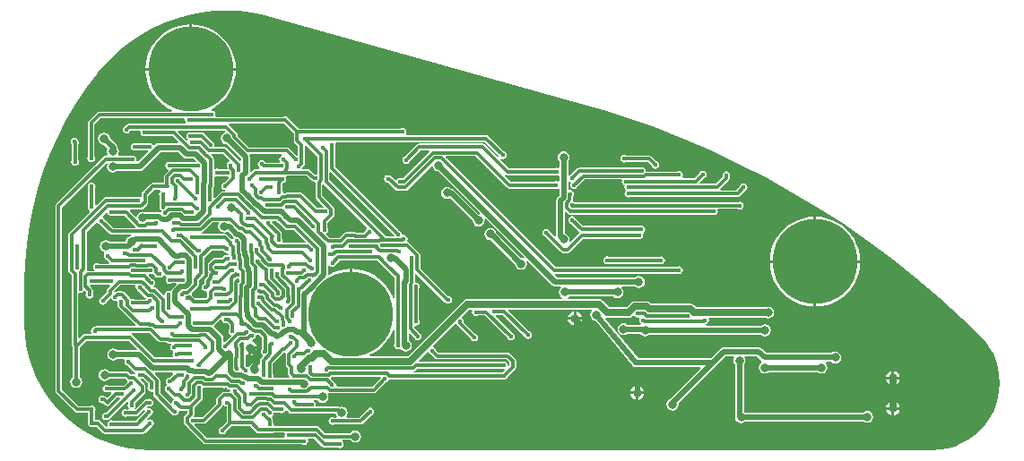
<source format=gbl>
G04 Layer_Physical_Order=2*
G04 Layer_Color=16711680*
%FSLAX44Y44*%
%MOMM*%
G71*
G01*
G75*
%ADD23C,0.5080*%
%ADD24C,0.3048*%
%ADD25C,0.6350*%
%ADD26C,8.0000*%
%ADD27C,0.4000*%
%ADD28C,0.8000*%
G36*
X703276Y1652712D02*
X715384Y1651279D01*
X727341Y1648900D01*
X733072Y1647284D01*
X733089Y1647343D01*
X733089Y1647343D01*
X1053395Y1557321D01*
X1053432Y1557254D01*
Y1557253D01*
X1053432Y1557254D01*
X1068465Y1552423D01*
X1095491Y1542753D01*
X1122187Y1532204D01*
X1148522Y1520787D01*
X1174471Y1508514D01*
X1200003Y1495399D01*
X1225093Y1481456D01*
X1249713Y1466699D01*
X1273838Y1451145D01*
X1297440Y1434809D01*
X1320495Y1417710D01*
X1342979Y1399866D01*
X1364866Y1381296D01*
X1386135Y1362020D01*
X1401785Y1346873D01*
Y1346873D01*
X1401785Y1346873D01*
X1402719Y1346052D01*
X1402729Y1346043D01*
X1407477Y1340730D01*
X1411600Y1334919D01*
X1415046Y1328683D01*
X1417773Y1322101D01*
X1419745Y1315255D01*
X1420938Y1308231D01*
X1421338Y1301117D01*
X1420938Y1294003D01*
X1419745Y1286979D01*
X1417773Y1280133D01*
X1415046Y1273550D01*
X1411600Y1267315D01*
X1407477Y1261504D01*
X1402729Y1256191D01*
X1397417Y1251444D01*
X1391606Y1247321D01*
X1385370Y1243875D01*
X1378788Y1241148D01*
X1371941Y1239175D01*
X1364917Y1237982D01*
X1358009Y1237594D01*
X1357803Y1237621D01*
X621029Y1237621D01*
X619759Y1237621D01*
X618490Y1237624D01*
X609354Y1238023D01*
X599028Y1239383D01*
X588860Y1241637D01*
X578927Y1244769D01*
X569304Y1248754D01*
X560066Y1253564D01*
X551282Y1259160D01*
X543019Y1265500D01*
X535341Y1272536D01*
X528304Y1280215D01*
X521964Y1288478D01*
X516368Y1297262D01*
X511559Y1306500D01*
X507573Y1316122D01*
X504441Y1326055D01*
X502187Y1336223D01*
X500828Y1346549D01*
X500429Y1355686D01*
X500426Y1356955D01*
X500426Y1358225D01*
X500425Y1396040D01*
X500373Y1396443D01*
X500864Y1413948D01*
X502369Y1431799D01*
X504874Y1449538D01*
X508369Y1467108D01*
X512843Y1484455D01*
X518284Y1501523D01*
X524672Y1518260D01*
X531989Y1534612D01*
X540212Y1550528D01*
X549314Y1565958D01*
X559267Y1580854D01*
X568624Y1593288D01*
X569464Y1594243D01*
X569464Y1594243D01*
X573025Y1598760D01*
X581300Y1607712D01*
X590253Y1615988D01*
X599828Y1623536D01*
X609965Y1630309D01*
X620602Y1636267D01*
X631674Y1641371D01*
X643112Y1645591D01*
X654846Y1648900D01*
X666804Y1651279D01*
X678911Y1652712D01*
X691094Y1653190D01*
X703276Y1652712D01*
D02*
G37*
%LPC*%
G36*
X1021341Y1368384D02*
Y1363225D01*
X1026500D01*
X1026443Y1363662D01*
X1025784Y1365253D01*
X1024735Y1366619D01*
X1023369Y1367668D01*
X1021778Y1368327D01*
X1021341Y1368384D01*
D02*
G37*
G36*
X1319246Y1304574D02*
X1314087D01*
X1314144Y1304137D01*
X1314803Y1302546D01*
X1315852Y1301180D01*
X1317218Y1300131D01*
X1318809Y1299472D01*
X1319246Y1299415D01*
Y1304574D01*
D02*
G37*
G36*
X1326945D02*
X1321786D01*
Y1299415D01*
X1322223Y1299472D01*
X1323814Y1300131D01*
X1325180Y1301180D01*
X1326229Y1302546D01*
X1326888Y1304137D01*
X1326945Y1304574D01*
D02*
G37*
G36*
X1080262Y1298019D02*
Y1292860D01*
X1085421D01*
X1085364Y1293297D01*
X1084705Y1294888D01*
X1083656Y1296254D01*
X1082290Y1297303D01*
X1080699Y1297962D01*
X1080262Y1298019D01*
D02*
G37*
G36*
X1018801Y1368384D02*
X1018364Y1368327D01*
X1016773Y1367668D01*
X1015407Y1366619D01*
X1014358Y1365253D01*
X1013699Y1363662D01*
X1013642Y1363225D01*
X1018801D01*
Y1368384D01*
D02*
G37*
G36*
X1077722Y1298019D02*
X1077285Y1297962D01*
X1075694Y1297303D01*
X1074328Y1296254D01*
X1073279Y1294888D01*
X1072620Y1293297D01*
X1072563Y1292860D01*
X1077722D01*
Y1298019D01*
D02*
G37*
G36*
X1245616Y1414526D02*
X1204338D01*
X1204619Y1410231D01*
X1205707Y1404762D01*
X1207500Y1399482D01*
X1209966Y1394480D01*
X1213064Y1389844D01*
X1216741Y1385651D01*
X1220934Y1381974D01*
X1225570Y1378876D01*
X1230572Y1376410D01*
X1235852Y1374617D01*
X1241321Y1373529D01*
X1245616Y1373248D01*
Y1414526D01*
D02*
G37*
G36*
X1248156Y1458344D02*
Y1417066D01*
X1289434D01*
X1289153Y1421360D01*
X1288065Y1426830D01*
X1286272Y1432110D01*
X1283806Y1437112D01*
X1280708Y1441748D01*
X1277031Y1445941D01*
X1272838Y1449618D01*
X1268202Y1452716D01*
X1263200Y1455182D01*
X1257920Y1456975D01*
X1252450Y1458063D01*
X1248156Y1458344D01*
D02*
G37*
G36*
X1245616D02*
X1241321Y1458063D01*
X1235852Y1456975D01*
X1230572Y1455182D01*
X1225570Y1452716D01*
X1220934Y1449618D01*
X1216741Y1445941D01*
X1213064Y1441748D01*
X1209966Y1437112D01*
X1207500Y1432110D01*
X1205707Y1426830D01*
X1204619Y1421360D01*
X1204338Y1417066D01*
X1245616D01*
Y1458344D01*
D02*
G37*
G36*
X1289434Y1414526D02*
X1248156D01*
Y1373248D01*
X1252450Y1373529D01*
X1257920Y1374617D01*
X1263200Y1376410D01*
X1268202Y1378876D01*
X1272838Y1381974D01*
X1277031Y1385651D01*
X1280708Y1389844D01*
X1283806Y1394480D01*
X1286272Y1399482D01*
X1288065Y1404762D01*
X1289153Y1410231D01*
X1289434Y1414526D01*
D02*
G37*
G36*
X1319246Y1312273D02*
X1318809Y1312216D01*
X1317218Y1311557D01*
X1315852Y1310508D01*
X1314803Y1309142D01*
X1314144Y1307551D01*
X1314087Y1307114D01*
X1319246D01*
Y1312273D01*
D02*
G37*
G36*
X1321786D02*
Y1307114D01*
X1326945D01*
X1326888Y1307551D01*
X1326229Y1309142D01*
X1325180Y1310508D01*
X1323814Y1311557D01*
X1322223Y1312216D01*
X1321786Y1312273D01*
D02*
G37*
G36*
X1101598Y1420737D02*
X1100193Y1420457D01*
X1099885Y1420251D01*
X1052257D01*
X1051949Y1420457D01*
X1050544Y1420737D01*
X1049139Y1420457D01*
X1047949Y1419661D01*
X1047153Y1418471D01*
X1046873Y1417066D01*
X1047153Y1415661D01*
X1047949Y1414471D01*
X1049139Y1413675D01*
X1050544Y1413396D01*
X1051949Y1413675D01*
X1052257Y1413881D01*
X1099885D01*
X1100193Y1413675D01*
X1101598Y1413396D01*
X1103003Y1413675D01*
X1104193Y1414471D01*
X1104989Y1415661D01*
X1105268Y1417066D01*
X1104989Y1418471D01*
X1104193Y1419661D01*
X1103003Y1420457D01*
X1101598Y1420737D01*
D02*
G37*
G36*
X1018801Y1360685D02*
X1013642D01*
X1013699Y1360248D01*
X1014358Y1358657D01*
X1015407Y1357291D01*
X1016773Y1356242D01*
X1018364Y1355583D01*
X1018801Y1355526D01*
Y1360685D01*
D02*
G37*
G36*
X1319246Y1275812D02*
X1314087D01*
X1314144Y1275375D01*
X1314803Y1273784D01*
X1315852Y1272418D01*
X1317218Y1271369D01*
X1318809Y1270710D01*
X1319246Y1270653D01*
Y1275812D01*
D02*
G37*
G36*
X1326945D02*
X1321786D01*
Y1270653D01*
X1322223Y1270710D01*
X1323814Y1271369D01*
X1325180Y1272418D01*
X1326229Y1273784D01*
X1326888Y1275375D01*
X1326945Y1275812D01*
D02*
G37*
G36*
X658622Y1640208D02*
Y1598930D01*
X699900D01*
X699619Y1603224D01*
X698531Y1608694D01*
X696738Y1613974D01*
X694272Y1618976D01*
X691174Y1623612D01*
X687497Y1627805D01*
X683304Y1631482D01*
X678668Y1634580D01*
X673666Y1637046D01*
X668386Y1638839D01*
X662916Y1639927D01*
X658622Y1640208D01*
D02*
G37*
G36*
X656082D02*
X651787Y1639927D01*
X646318Y1638839D01*
X641038Y1637046D01*
X636036Y1634580D01*
X631400Y1631482D01*
X627207Y1627805D01*
X623530Y1623612D01*
X620432Y1618976D01*
X617966Y1613974D01*
X616173Y1608694D01*
X615085Y1603224D01*
X614804Y1598930D01*
X656082D01*
Y1640208D01*
D02*
G37*
G36*
X699900Y1596390D02*
X614804D01*
X615085Y1592095D01*
X616173Y1586626D01*
X617966Y1581346D01*
X620432Y1576344D01*
X623530Y1571708D01*
X627207Y1567515D01*
X631400Y1563838D01*
X636036Y1560740D01*
X639583Y1558991D01*
X639287Y1557721D01*
X571048D01*
X569829Y1557479D01*
X568796Y1556788D01*
X568796Y1556788D01*
X561120Y1549112D01*
X560429Y1548079D01*
X560187Y1546860D01*
X560187Y1546860D01*
Y1515045D01*
X559981Y1514737D01*
X559701Y1513332D01*
X559981Y1511927D01*
X560777Y1510737D01*
X561967Y1509941D01*
X563372Y1509662D01*
X564777Y1509941D01*
X565967Y1510737D01*
X566763Y1511927D01*
X567043Y1513332D01*
X566763Y1514737D01*
X566557Y1515045D01*
Y1545541D01*
X572367Y1551351D01*
X651137D01*
X652039Y1550081D01*
X651904Y1549400D01*
X652183Y1547995D01*
X652532Y1547473D01*
X651853Y1546203D01*
X599154D01*
X597935Y1545961D01*
X596902Y1545270D01*
X596902Y1545270D01*
X595859Y1544227D01*
X595495Y1544155D01*
X594305Y1543359D01*
X593509Y1542169D01*
X593229Y1540764D01*
X593509Y1539359D01*
X594305Y1538169D01*
X595495Y1537373D01*
X596900Y1537094D01*
X598305Y1537373D01*
X599495Y1538169D01*
X600291Y1539359D01*
X600363Y1539723D01*
X600473Y1539833D01*
X609143D01*
X610051Y1538563D01*
X609917Y1537894D01*
X610197Y1536489D01*
X610993Y1535299D01*
X612183Y1534503D01*
X613588Y1534223D01*
X614993Y1534503D01*
X615301Y1534709D01*
X639972D01*
X645541Y1529140D01*
X645054Y1527967D01*
X627173D01*
X627173Y1527967D01*
X625558Y1527646D01*
X624188Y1526731D01*
X624188Y1526731D01*
X623508Y1526050D01*
X621961Y1526299D01*
X621593Y1526849D01*
X620403Y1527645D01*
X618998Y1527924D01*
X617593Y1527645D01*
X617285Y1527439D01*
X606233D01*
X605925Y1527645D01*
X604520Y1527924D01*
X603115Y1527645D01*
X601925Y1526849D01*
X601129Y1525659D01*
X600849Y1524254D01*
X601129Y1522849D01*
X601925Y1521659D01*
X603115Y1520863D01*
X604520Y1520583D01*
X605925Y1520863D01*
X606233Y1521069D01*
X616730D01*
X617212Y1519906D01*
X617202Y1519744D01*
X607724Y1510266D01*
X606767Y1510359D01*
X606683Y1510439D01*
X605949Y1511517D01*
X606158Y1512570D01*
X605879Y1513975D01*
X605083Y1515165D01*
X603893Y1515961D01*
X602488Y1516241D01*
X601385Y1516021D01*
X589423D01*
X588744Y1517291D01*
X589221Y1518005D01*
X589656Y1520190D01*
X589221Y1522375D01*
X588675Y1523192D01*
Y1523238D01*
X588675Y1523238D01*
X588354Y1524853D01*
X587439Y1526223D01*
X587439Y1526223D01*
X581209Y1532452D01*
X580839Y1534313D01*
X579601Y1536165D01*
X577749Y1537403D01*
X575564Y1537838D01*
X573379Y1537403D01*
X571527Y1536165D01*
X570289Y1534313D01*
X569854Y1532128D01*
X570289Y1529943D01*
X571527Y1528091D01*
X573379Y1526853D01*
X575240Y1526483D01*
X578942Y1522780D01*
X578671Y1522375D01*
X578236Y1520190D01*
X578671Y1518005D01*
X579148Y1517291D01*
X578469Y1516021D01*
X577354D01*
X577354Y1516021D01*
X576135Y1515779D01*
X575102Y1515088D01*
X575102Y1515088D01*
X530386Y1470372D01*
X529695Y1469339D01*
X529453Y1468120D01*
X529453Y1468120D01*
Y1293622D01*
X529453Y1293622D01*
X529695Y1292403D01*
X530386Y1291370D01*
X548096Y1273660D01*
X549129Y1272969D01*
X550348Y1272727D01*
X550348Y1272727D01*
X560695D01*
Y1264625D01*
X560489Y1264317D01*
X560210Y1262912D01*
X560489Y1261507D01*
X561285Y1260317D01*
X562475Y1259521D01*
X563880Y1259241D01*
X565285Y1259521D01*
X565593Y1259727D01*
X568379D01*
X574328Y1253778D01*
X575361Y1253087D01*
X576580Y1252845D01*
X611886D01*
X611886Y1252845D01*
X613105Y1253087D01*
X614138Y1253778D01*
X620039Y1259679D01*
X620403Y1259751D01*
X621593Y1260547D01*
X622389Y1261737D01*
X622668Y1263142D01*
X622389Y1264547D01*
X621593Y1265737D01*
X620403Y1266533D01*
X618998Y1266813D01*
X617593Y1266533D01*
X617410Y1266411D01*
X616185Y1267119D01*
X616194Y1267264D01*
X619277Y1270347D01*
X619641Y1270419D01*
X620831Y1271215D01*
X621627Y1272405D01*
X621907Y1273810D01*
X621627Y1275215D01*
X620831Y1276405D01*
X619641Y1277201D01*
X618236Y1277480D01*
X616831Y1277201D01*
X616591Y1277041D01*
X615782Y1278027D01*
X616920Y1279165D01*
X617085Y1279055D01*
X618490Y1278775D01*
X619895Y1279055D01*
X621085Y1279851D01*
X621881Y1281041D01*
X622160Y1282446D01*
X621881Y1283851D01*
X621085Y1285041D01*
X619895Y1285837D01*
X618490Y1286116D01*
X617085Y1285837D01*
X616777Y1285631D01*
X615696D01*
X614477Y1285389D01*
X613444Y1284698D01*
X613444Y1284698D01*
X605178Y1276432D01*
X604191Y1277242D01*
X604863Y1278247D01*
X605143Y1279652D01*
X604863Y1281057D01*
X604657Y1281365D01*
Y1281381D01*
X613896Y1290620D01*
X613896Y1290620D01*
X614587Y1291653D01*
X614829Y1292872D01*
Y1297756D01*
X614587Y1298975D01*
X613896Y1300008D01*
X613896Y1300008D01*
X609940Y1303964D01*
X610358Y1305342D01*
X611005Y1305471D01*
X611313Y1305677D01*
X611837D01*
X617083Y1300431D01*
Y1298129D01*
X616877Y1297821D01*
X616598Y1296416D01*
X616877Y1295011D01*
X617673Y1293821D01*
X618863Y1293025D01*
X620268Y1292746D01*
X620937Y1292879D01*
X622207Y1291971D01*
Y1290293D01*
X622207Y1290293D01*
X622449Y1289074D01*
X623140Y1288041D01*
X638872Y1272308D01*
X639603Y1271215D01*
X640794Y1270419D01*
X642198Y1270139D01*
X643603Y1270419D01*
X644794Y1271215D01*
X645590Y1272405D01*
X645869Y1273810D01*
X645860Y1273855D01*
X646933Y1274665D01*
X648152Y1274423D01*
X648152Y1274423D01*
X654421D01*
Y1272724D01*
X651754Y1270057D01*
X651063Y1269023D01*
X650821Y1267804D01*
X650821Y1267804D01*
Y1263560D01*
X650821Y1263560D01*
X651063Y1262341D01*
X651754Y1261307D01*
X669189Y1243872D01*
X669189Y1243872D01*
X670223Y1243181D01*
X671442Y1242939D01*
X671442Y1242939D01*
X762827D01*
X763135Y1242733D01*
X764540Y1242454D01*
X765945Y1242733D01*
X767135Y1243529D01*
X767931Y1244719D01*
X768211Y1246124D01*
X767931Y1247529D01*
X768622Y1248781D01*
X773665D01*
X781622Y1240824D01*
X781622Y1240824D01*
X782656Y1240133D01*
X783875Y1239891D01*
X783875Y1239891D01*
X796609D01*
X796917Y1239685D01*
X798322Y1239406D01*
X799727Y1239685D01*
X800917Y1240481D01*
X801713Y1241671D01*
X801992Y1243076D01*
X801713Y1244481D01*
X800917Y1245671D01*
X800445Y1245987D01*
X800831Y1247257D01*
X808193D01*
X808763Y1246405D01*
X810615Y1245167D01*
X812800Y1244732D01*
X814985Y1245167D01*
X816837Y1246405D01*
X818075Y1248257D01*
X818510Y1250442D01*
X818075Y1252627D01*
X816837Y1254479D01*
X814985Y1255717D01*
X812800Y1256152D01*
X810615Y1255717D01*
X808763Y1254479D01*
X808193Y1253627D01*
X784401D01*
X778686Y1259342D01*
X777653Y1260033D01*
X776434Y1260275D01*
X776434Y1260275D01*
X736422D01*
X735379Y1261545D01*
X735444Y1261872D01*
X735165Y1263277D01*
X734959Y1263585D01*
Y1266190D01*
X734959Y1266190D01*
X734717Y1267409D01*
X734026Y1268442D01*
X734026Y1268443D01*
X734442Y1269823D01*
X734623Y1269945D01*
X735419Y1271135D01*
X735699Y1272540D01*
X736920Y1272911D01*
X741491D01*
X741799Y1272705D01*
X743204Y1272426D01*
X744609Y1272705D01*
X745799Y1273501D01*
X746595Y1274691D01*
X746611Y1274771D01*
X747989Y1275189D01*
X750140Y1273038D01*
X750140Y1273038D01*
X751173Y1272347D01*
X752392Y1272105D01*
X752392Y1272105D01*
X794369D01*
X794651Y1270689D01*
X795529Y1269375D01*
X794871Y1268105D01*
X792923D01*
X792615Y1268311D01*
X791210Y1268590D01*
X789805Y1268311D01*
X788615Y1267515D01*
X787819Y1266325D01*
X787540Y1264920D01*
X787819Y1263515D01*
X788615Y1262325D01*
X789805Y1261529D01*
X791210Y1261249D01*
X792615Y1261529D01*
X792923Y1261735D01*
X817880D01*
X817880Y1261735D01*
X819099Y1261977D01*
X820132Y1262668D01*
X828065Y1270601D01*
X828429Y1270673D01*
X829619Y1271469D01*
X830415Y1272659D01*
X830695Y1274064D01*
X830415Y1275469D01*
X829619Y1276659D01*
X828429Y1277455D01*
X827024Y1277735D01*
X825619Y1277455D01*
X824429Y1276659D01*
X823633Y1275469D01*
X823561Y1275105D01*
X816561Y1268105D01*
X804981D01*
X804323Y1269375D01*
X805201Y1270689D01*
X805636Y1272874D01*
X805201Y1275059D01*
X803963Y1276911D01*
X802111Y1278149D01*
X799926Y1278584D01*
X798445Y1278289D01*
X797510Y1278475D01*
X797510Y1278475D01*
X776097D01*
X775190Y1279745D01*
X775322Y1280414D01*
X775043Y1281819D01*
X774247Y1283009D01*
X773147Y1283745D01*
X773136Y1283837D01*
X773901Y1285015D01*
X776925D01*
X777775Y1283743D01*
X779627Y1282505D01*
X781812Y1282070D01*
X783997Y1282505D01*
X785849Y1283743D01*
X787087Y1285595D01*
X787522Y1287780D01*
X787087Y1289965D01*
X786776Y1290430D01*
X787508Y1291274D01*
X787664Y1291387D01*
X788834Y1291155D01*
X788834Y1291155D01*
X830282D01*
X830282Y1291155D01*
X831501Y1291397D01*
X832534Y1292088D01*
X841781Y1301335D01*
X842145Y1301407D01*
X843335Y1302203D01*
X844131Y1303393D01*
X844201Y1303744D01*
X845192Y1304407D01*
X845192Y1304407D01*
X951295D01*
X951603Y1304201D01*
X953008Y1303922D01*
X954413Y1304201D01*
X955603Y1304997D01*
X956399Y1306187D01*
X956471Y1306551D01*
X963896Y1313976D01*
X963896Y1313976D01*
X964587Y1315009D01*
X964829Y1316228D01*
X964829Y1316228D01*
Y1321816D01*
X964829Y1321816D01*
X964587Y1323035D01*
X963896Y1324068D01*
X963896Y1324068D01*
X959070Y1328894D01*
X958037Y1329585D01*
X956818Y1329827D01*
X956818Y1329827D01*
X891589D01*
X889161Y1332255D01*
X889089Y1332619D01*
X888293Y1333809D01*
X887103Y1334605D01*
X886526Y1334720D01*
X886108Y1336098D01*
X907099Y1357089D01*
X908510Y1356906D01*
X908631Y1356825D01*
X908663Y1356665D01*
X909354Y1355632D01*
X921859Y1343127D01*
X921931Y1342763D01*
X922727Y1341573D01*
X923917Y1340777D01*
X925322Y1340497D01*
X926727Y1340777D01*
X927917Y1341573D01*
X928713Y1342763D01*
X928992Y1344168D01*
X928713Y1345573D01*
X927917Y1346763D01*
X926727Y1347559D01*
X926363Y1347631D01*
X915246Y1358748D01*
X915276Y1358900D01*
X914997Y1360305D01*
X914201Y1361495D01*
X913662Y1361856D01*
X913417Y1363407D01*
X920690Y1370680D01*
X922694D01*
X923221Y1369695D01*
X923234Y1369410D01*
X922972Y1368095D01*
X923252Y1366690D01*
X924048Y1365500D01*
X925238Y1364704D01*
X926643Y1364424D01*
X928048Y1364704D01*
X928356Y1364910D01*
X935287D01*
X956308Y1343889D01*
X956380Y1343525D01*
X957176Y1342335D01*
X958367Y1341539D01*
X959771Y1341259D01*
X961176Y1341539D01*
X962367Y1342335D01*
X963163Y1343525D01*
X963442Y1344930D01*
X963163Y1346335D01*
X962367Y1347525D01*
X961176Y1348321D01*
X960813Y1348393D01*
X945204Y1364002D01*
X945270Y1364763D01*
X945635Y1365367D01*
X952197D01*
X972405Y1345159D01*
X972477Y1344795D01*
X973273Y1343605D01*
X974463Y1342809D01*
X975868Y1342529D01*
X977273Y1342809D01*
X978463Y1343605D01*
X979259Y1344795D01*
X979538Y1346200D01*
X979259Y1347605D01*
X978463Y1348795D01*
X977273Y1349591D01*
X976909Y1349663D01*
X957066Y1369507D01*
X957551Y1370680D01*
X1035939D01*
X1036259Y1369410D01*
X1035109Y1367689D01*
X1034674Y1365504D01*
X1035109Y1363319D01*
X1036347Y1361467D01*
X1038199Y1360229D01*
X1039477Y1359975D01*
X1074595Y1317476D01*
X1074752Y1317348D01*
X1074864Y1317180D01*
X1075386Y1316832D01*
X1075872Y1316436D01*
X1076066Y1316378D01*
X1076234Y1316265D01*
X1076849Y1316143D01*
X1077449Y1315963D01*
X1077651Y1315983D01*
X1077849Y1315944D01*
X1138389D01*
X1138875Y1314771D01*
X1109535Y1285431D01*
X1109509Y1285391D01*
X1108483Y1284705D01*
X1107245Y1282853D01*
X1106810Y1280668D01*
X1107245Y1278483D01*
X1108483Y1276631D01*
X1110335Y1275393D01*
X1112520Y1274958D01*
X1114705Y1275393D01*
X1116557Y1276631D01*
X1117795Y1278483D01*
X1118230Y1280668D01*
X1117978Y1281934D01*
X1153224Y1317180D01*
X1153224Y1317180D01*
X1162286Y1326243D01*
X1170048D01*
X1170647Y1325123D01*
X1170237Y1324509D01*
X1169802Y1322324D01*
X1170237Y1320139D01*
X1171291Y1318562D01*
Y1270508D01*
X1171291Y1270508D01*
X1171612Y1268893D01*
X1171613Y1268892D01*
X1171580Y1268730D01*
X1172015Y1266545D01*
X1173253Y1264693D01*
X1175105Y1263455D01*
X1177290Y1263020D01*
X1179475Y1263455D01*
X1181327Y1264693D01*
X1181374Y1264763D01*
X1292400D01*
X1293977Y1263709D01*
X1296162Y1263274D01*
X1298347Y1263709D01*
X1300199Y1264947D01*
X1301437Y1266799D01*
X1301872Y1268984D01*
X1301437Y1271169D01*
X1300199Y1273021D01*
X1298347Y1274259D01*
X1296162Y1274694D01*
X1293977Y1274259D01*
X1292400Y1273205D01*
X1180672D01*
X1179733Y1273833D01*
Y1318562D01*
X1180787Y1320139D01*
X1181222Y1322324D01*
X1180787Y1324509D01*
X1180377Y1325123D01*
X1180976Y1326243D01*
X1192039D01*
X1196149Y1322133D01*
X1196149Y1322133D01*
X1196537Y1321874D01*
X1196537Y1320347D01*
X1195503Y1319655D01*
X1194265Y1317803D01*
X1193830Y1315618D01*
X1194265Y1313433D01*
X1195503Y1311581D01*
X1197355Y1310343D01*
X1199540Y1309908D01*
X1201725Y1310343D01*
X1203302Y1311397D01*
X1249322D01*
X1250899Y1310343D01*
X1253084Y1309908D01*
X1255269Y1310343D01*
X1257121Y1311581D01*
X1258359Y1313433D01*
X1258794Y1315618D01*
X1258359Y1317803D01*
X1257140Y1319627D01*
X1257174Y1319807D01*
X1257549Y1320897D01*
X1262428D01*
X1264005Y1319843D01*
X1266190Y1319408D01*
X1268375Y1319843D01*
X1270227Y1321081D01*
X1271465Y1322933D01*
X1271900Y1325118D01*
X1271465Y1327303D01*
X1270227Y1329155D01*
X1268375Y1330393D01*
X1266190Y1330828D01*
X1264005Y1330393D01*
X1262428Y1329339D01*
X1200882D01*
X1196773Y1333449D01*
X1195403Y1334364D01*
X1193788Y1334685D01*
X1193788Y1334685D01*
X1160538D01*
X1158923Y1334364D01*
X1157553Y1333449D01*
X1157553Y1333449D01*
X1148491Y1324386D01*
X1079837D01*
X1048981Y1361727D01*
X1049672Y1362884D01*
X1050762Y1362667D01*
X1050762Y1362668D01*
X1070847D01*
X1072710Y1363038D01*
X1074289Y1364093D01*
X1074949Y1364753D01*
X1076500Y1364508D01*
X1076861Y1363969D01*
X1078051Y1363173D01*
X1079456Y1362894D01*
X1080514Y1363104D01*
X1081304Y1362184D01*
X1081353Y1362074D01*
X1081189Y1361829D01*
X1080910Y1360424D01*
X1081189Y1359019D01*
X1081985Y1357829D01*
X1082427Y1357533D01*
X1082041Y1356263D01*
X1069800D01*
X1068223Y1357317D01*
X1066038Y1357752D01*
X1063853Y1357317D01*
X1062001Y1356079D01*
X1060763Y1354227D01*
X1060328Y1352042D01*
X1060763Y1349857D01*
X1062001Y1348005D01*
X1063853Y1346767D01*
X1066038Y1346332D01*
X1068223Y1346767D01*
X1069800Y1347821D01*
X1082019D01*
X1082677Y1346837D01*
X1084529Y1345599D01*
X1086714Y1345164D01*
X1088899Y1345599D01*
X1090476Y1346653D01*
X1195778D01*
X1197355Y1345599D01*
X1199540Y1345164D01*
X1201725Y1345599D01*
X1203577Y1346837D01*
X1204815Y1348689D01*
X1205250Y1350874D01*
X1204815Y1353059D01*
X1203577Y1354911D01*
X1201725Y1356149D01*
X1199540Y1356584D01*
X1197355Y1356149D01*
X1195778Y1355095D01*
X1144227D01*
X1143668Y1356365D01*
X1144198Y1356992D01*
X1144405Y1357033D01*
X1145595Y1357829D01*
X1146391Y1359019D01*
X1146671Y1360424D01*
X1146477Y1361397D01*
X1147242Y1362668D01*
X1199855D01*
X1200463Y1362261D01*
X1202648Y1361826D01*
X1204833Y1362261D01*
X1206685Y1363499D01*
X1207923Y1365351D01*
X1208358Y1367536D01*
X1207923Y1369721D01*
X1206685Y1371573D01*
X1204833Y1372811D01*
X1202648Y1373246D01*
X1200463Y1372811D01*
X1199855Y1372404D01*
X1134786D01*
X1132739Y1374452D01*
X1131159Y1375507D01*
X1129296Y1375878D01*
X1092166D01*
X1091262Y1376782D01*
X1089683Y1377837D01*
X1087820Y1378208D01*
X1076650D01*
X1076650Y1378208D01*
X1074787Y1377837D01*
X1073207Y1376782D01*
X1068830Y1372404D01*
X1052778D01*
X1046191Y1378992D01*
X1044612Y1380047D01*
X1042749Y1380417D01*
X1013500D01*
X1013326Y1380922D01*
X1013288Y1381687D01*
X1014682Y1382619D01*
X1056688D01*
X1058265Y1381565D01*
X1060450Y1381130D01*
X1062635Y1381565D01*
X1064487Y1382803D01*
X1065725Y1384655D01*
X1066160Y1386840D01*
X1065725Y1389025D01*
X1064487Y1390877D01*
X1064401Y1390935D01*
X1064787Y1392205D01*
X1076688D01*
X1078265Y1391151D01*
X1080450Y1390716D01*
X1082635Y1391151D01*
X1084487Y1392389D01*
X1085725Y1394241D01*
X1086160Y1396426D01*
X1085725Y1398611D01*
X1084487Y1400463D01*
X1082635Y1401701D01*
X1080450Y1402136D01*
X1078265Y1401701D01*
X1076688Y1400647D01*
X1018044D01*
X1017911Y1400621D01*
X1017778Y1400647D01*
X1003590D01*
X1000940Y1403297D01*
X1001466Y1404568D01*
X1116818D01*
X1117127Y1404362D01*
X1118531Y1404082D01*
X1119936Y1404362D01*
X1121127Y1405157D01*
X1121922Y1406348D01*
X1122202Y1407753D01*
X1121922Y1409157D01*
X1121127Y1410348D01*
X1119936Y1411144D01*
X1118531Y1411423D01*
X1117127Y1411144D01*
X1116818Y1410938D01*
X1001909D01*
X898452Y1514395D01*
X898938Y1515569D01*
X926455D01*
X956090Y1485934D01*
X956090Y1485934D01*
X957123Y1485243D01*
X958342Y1485001D01*
X958342Y1485001D01*
X1000571D01*
X1000879Y1484795D01*
X1002284Y1484516D01*
X1003689Y1484795D01*
X1004115Y1485080D01*
X1005385Y1484401D01*
Y1478223D01*
X1003751Y1476589D01*
X1002836Y1475220D01*
X1002515Y1473604D01*
X1002515Y1473604D01*
Y1440154D01*
X1001716Y1439681D01*
X1001273Y1439599D01*
X996603Y1444269D01*
X996531Y1444633D01*
X995735Y1445823D01*
X994545Y1446619D01*
X993140Y1446898D01*
X991735Y1446619D01*
X990545Y1445823D01*
X989749Y1444633D01*
X989470Y1443228D01*
X989749Y1441823D01*
X990545Y1440633D01*
X991735Y1439837D01*
X992099Y1439765D01*
X1006890Y1424974D01*
X1006890Y1424974D01*
X1007923Y1424283D01*
X1009142Y1424041D01*
X1009142Y1424041D01*
X1013460D01*
X1013460Y1424041D01*
X1014679Y1424283D01*
X1015712Y1424974D01*
X1027987Y1437249D01*
X1079057D01*
X1079365Y1437043D01*
X1080770Y1436763D01*
X1082175Y1437043D01*
X1083365Y1437839D01*
X1084161Y1439029D01*
X1084441Y1440434D01*
X1084161Y1441839D01*
X1084826Y1443129D01*
X1085651Y1443681D01*
X1086447Y1444871D01*
X1086727Y1446276D01*
X1086447Y1447681D01*
X1085651Y1448871D01*
X1084461Y1449667D01*
X1083056Y1449946D01*
X1081651Y1449667D01*
X1081343Y1449461D01*
X1027733D01*
X1020987Y1456207D01*
X1020915Y1456571D01*
X1020119Y1457761D01*
X1018929Y1458557D01*
X1017524Y1458837D01*
X1016119Y1458557D01*
X1014929Y1457761D01*
X1014133Y1456571D01*
X1013854Y1455166D01*
X1014133Y1453761D01*
X1014929Y1452571D01*
X1016119Y1451775D01*
X1016483Y1451703D01*
X1024162Y1444024D01*
X1024240Y1443862D01*
X1024289Y1443534D01*
X1024200Y1442471D01*
X1016090Y1434361D01*
X1014990Y1435057D01*
X1015360Y1436914D01*
X1014925Y1439099D01*
X1013687Y1440951D01*
X1011835Y1442189D01*
X1010957Y1442364D01*
Y1462293D01*
X1012130Y1462779D01*
X1013867Y1461042D01*
X1013867Y1461042D01*
X1014901Y1460351D01*
X1016120Y1460109D01*
X1149923D01*
X1150231Y1459903D01*
X1151636Y1459624D01*
X1153041Y1459903D01*
X1154231Y1460699D01*
X1155027Y1461889D01*
X1155306Y1463294D01*
X1155081Y1464427D01*
X1155771Y1465697D01*
X1174053D01*
X1174361Y1465491D01*
X1175766Y1465211D01*
X1177171Y1465491D01*
X1178361Y1466287D01*
X1179157Y1467477D01*
X1179436Y1468882D01*
X1179157Y1470287D01*
X1178361Y1471477D01*
X1177171Y1472273D01*
X1175766Y1472552D01*
X1174361Y1472273D01*
X1174053Y1472067D01*
X1019617D01*
X1018929Y1472527D01*
X1018448Y1473918D01*
X1018499Y1474172D01*
Y1477445D01*
X1019137Y1478399D01*
X1019417Y1479804D01*
X1019137Y1481209D01*
X1018341Y1482399D01*
X1017151Y1483195D01*
X1015746Y1483474D01*
X1015097Y1483345D01*
X1013827Y1484263D01*
Y1491303D01*
X1014402Y1491636D01*
X1015081Y1491823D01*
X1016120Y1491138D01*
X1016312Y1489812D01*
X1016165Y1489591D01*
X1015885Y1488186D01*
X1016165Y1486781D01*
X1016961Y1485591D01*
X1018151Y1484795D01*
X1019556Y1484516D01*
X1020961Y1484795D01*
X1022151Y1485591D01*
X1022947Y1486781D01*
X1023019Y1487145D01*
X1029435Y1493561D01*
X1063713D01*
X1064621Y1492291D01*
X1064488Y1491622D01*
X1064767Y1490217D01*
X1065563Y1489027D01*
X1066754Y1488231D01*
X1066957Y1488190D01*
X1067219Y1487559D01*
X1066939Y1486154D01*
X1067219Y1484749D01*
X1068015Y1483559D01*
Y1482653D01*
X1067219Y1481463D01*
X1066939Y1480058D01*
X1067219Y1478653D01*
X1068015Y1477463D01*
X1069205Y1476667D01*
X1070610Y1476387D01*
X1072015Y1476667D01*
X1072323Y1476873D01*
X1173734D01*
X1173734Y1476873D01*
X1174953Y1477115D01*
X1175986Y1477806D01*
X1180617Y1482437D01*
X1180981Y1482509D01*
X1182171Y1483305D01*
X1182967Y1484495D01*
X1183247Y1485900D01*
X1182967Y1487305D01*
X1182171Y1488495D01*
X1180981Y1489291D01*
X1179576Y1489570D01*
X1178171Y1489291D01*
X1176981Y1488495D01*
X1176185Y1487305D01*
X1176113Y1486941D01*
X1172415Y1483243D01*
X1157820D01*
X1157294Y1484513D01*
X1165318Y1492538D01*
X1165318Y1492538D01*
X1166009Y1493571D01*
X1166251Y1494790D01*
X1166251Y1494790D01*
Y1495744D01*
X1166457Y1496052D01*
X1166737Y1497457D01*
X1166457Y1498862D01*
X1165661Y1500052D01*
X1164471Y1500848D01*
X1163066Y1501127D01*
X1161661Y1500848D01*
X1160471Y1500052D01*
X1159675Y1498862D01*
X1159395Y1497457D01*
X1159675Y1496052D01*
X1159734Y1495963D01*
X1153111Y1489339D01*
X1138516D01*
X1137990Y1490609D01*
X1141755Y1494375D01*
X1142119Y1494447D01*
X1143309Y1495243D01*
X1144105Y1496433D01*
X1144385Y1497838D01*
X1144105Y1499243D01*
X1143309Y1500433D01*
X1142119Y1501229D01*
X1140714Y1501508D01*
X1139309Y1501229D01*
X1138119Y1500433D01*
X1137323Y1499243D01*
X1137251Y1498879D01*
X1133179Y1494807D01*
X1122363D01*
X1121684Y1496077D01*
X1121922Y1496433D01*
X1122202Y1497838D01*
X1121922Y1499243D01*
X1121127Y1500433D01*
X1119936Y1501229D01*
X1118531Y1501508D01*
X1117127Y1501229D01*
X1116818Y1501023D01*
X1088202D01*
X1086981Y1501394D01*
X1086701Y1502799D01*
X1085905Y1503989D01*
X1084715Y1504785D01*
X1083310Y1505065D01*
X1081905Y1504785D01*
X1081597Y1504579D01*
X1024382D01*
X1024382Y1504579D01*
X1023163Y1504337D01*
X1022130Y1503646D01*
X1022130Y1503646D01*
X1016483Y1497999D01*
X1016119Y1497927D01*
X1015097Y1497244D01*
X1014402Y1497436D01*
X1013827Y1497769D01*
Y1510774D01*
X1014925Y1512417D01*
X1015360Y1514602D01*
X1014925Y1516787D01*
X1013687Y1518639D01*
X1011835Y1519877D01*
X1009650Y1520312D01*
X1007465Y1519877D01*
X1005613Y1518639D01*
X1004375Y1516787D01*
X1003940Y1514602D01*
X1004375Y1512417D01*
X1005385Y1510905D01*
Y1505064D01*
X1004115Y1504344D01*
X1003046Y1504556D01*
X1001641Y1504277D01*
X1001333Y1504071D01*
X957629D01*
X949538Y1512163D01*
X950348Y1513149D01*
X950587Y1512989D01*
X951992Y1512710D01*
X953397Y1512989D01*
X954587Y1513785D01*
X955383Y1514975D01*
X955663Y1516380D01*
X955383Y1517785D01*
X954587Y1518975D01*
X953397Y1519771D01*
X953033Y1519843D01*
X938496Y1534380D01*
X937463Y1535071D01*
X936244Y1535313D01*
X936244Y1535313D01*
X861246D01*
X860568Y1536583D01*
X860895Y1537073D01*
X861174Y1538478D01*
X860895Y1539883D01*
X860099Y1541073D01*
X858909Y1541869D01*
X857504Y1542148D01*
X856099Y1541869D01*
X855791Y1541663D01*
X759649D01*
X759341Y1541869D01*
X758977Y1541941D01*
X748758Y1552160D01*
X747725Y1552851D01*
X746506Y1553093D01*
X745287Y1552851D01*
X744890Y1552585D01*
X680992D01*
X680301Y1553837D01*
X680581Y1555242D01*
X680301Y1556647D01*
X679505Y1557837D01*
X678315Y1558633D01*
X677568Y1558782D01*
X677393Y1560111D01*
X678668Y1560740D01*
X683304Y1563838D01*
X687497Y1567515D01*
X691174Y1571708D01*
X694272Y1576344D01*
X696738Y1581346D01*
X698531Y1586626D01*
X699619Y1592095D01*
X699900Y1596390D01*
D02*
G37*
G36*
X1319246Y1283511D02*
X1318809Y1283454D01*
X1317218Y1282795D01*
X1315852Y1281746D01*
X1314803Y1280380D01*
X1314144Y1278789D01*
X1314087Y1278352D01*
X1319246D01*
Y1283511D01*
D02*
G37*
G36*
X1026500Y1360685D02*
X1021341D01*
Y1355526D01*
X1021778Y1355583D01*
X1023369Y1356242D01*
X1024735Y1357291D01*
X1025784Y1358657D01*
X1026443Y1360248D01*
X1026500Y1360685D01*
D02*
G37*
G36*
X1077722Y1290320D02*
X1072563D01*
X1072620Y1289883D01*
X1073279Y1288292D01*
X1074328Y1286926D01*
X1075694Y1285877D01*
X1077285Y1285218D01*
X1077722Y1285161D01*
Y1290320D01*
D02*
G37*
G36*
X1085421D02*
X1080262D01*
Y1285161D01*
X1080699Y1285218D01*
X1082290Y1285877D01*
X1083656Y1286926D01*
X1084705Y1288292D01*
X1085364Y1289883D01*
X1085421Y1290320D01*
D02*
G37*
G36*
X547878Y1532751D02*
X546473Y1532471D01*
X545283Y1531675D01*
X544487Y1530485D01*
X544207Y1529080D01*
X544487Y1527675D01*
X544947Y1526987D01*
Y1511743D01*
X544741Y1511435D01*
X544462Y1510030D01*
X544741Y1508625D01*
X545537Y1507435D01*
X546727Y1506639D01*
X548132Y1506360D01*
X549537Y1506639D01*
X550727Y1507435D01*
X551523Y1508625D01*
X551802Y1510030D01*
X551523Y1511435D01*
X551317Y1511743D01*
Y1526561D01*
X551639Y1527043D01*
X551882Y1528262D01*
X551639Y1529480D01*
X551397Y1529843D01*
X551269Y1530485D01*
X550473Y1531675D01*
X549283Y1532471D01*
X547878Y1532751D01*
D02*
G37*
G36*
X1066800Y1516749D02*
X1065395Y1516469D01*
X1064205Y1515673D01*
X1063409Y1514483D01*
X1063130Y1513078D01*
X1063409Y1511673D01*
X1064205Y1510483D01*
X1065395Y1509687D01*
X1066800Y1509408D01*
X1068205Y1509687D01*
X1068513Y1509893D01*
X1088849D01*
X1092547Y1506195D01*
X1092619Y1505831D01*
X1093415Y1504641D01*
X1094605Y1503845D01*
X1096010Y1503566D01*
X1097415Y1503845D01*
X1098605Y1504641D01*
X1099401Y1505831D01*
X1099680Y1507236D01*
X1099401Y1508641D01*
X1098605Y1509831D01*
X1097415Y1510627D01*
X1097051Y1510699D01*
X1092420Y1515330D01*
X1091387Y1516021D01*
X1090168Y1516263D01*
X1090168Y1516263D01*
X1068513D01*
X1068205Y1516469D01*
X1066800Y1516749D01*
D02*
G37*
G36*
X1321786Y1283511D02*
Y1278352D01*
X1326945D01*
X1326888Y1278789D01*
X1326229Y1280380D01*
X1325180Y1281746D01*
X1323814Y1282795D01*
X1322223Y1283454D01*
X1321786Y1283511D01*
D02*
G37*
%LPD*%
G36*
X724674Y1343951D02*
Y1340187D01*
X724624Y1340112D01*
X724381Y1338893D01*
X724382Y1338893D01*
Y1332585D01*
X724065Y1332111D01*
X723785Y1330706D01*
X724065Y1329301D01*
X724861Y1328111D01*
X725427Y1327732D01*
X725684Y1326192D01*
X723934Y1324442D01*
X723243Y1323409D01*
X723001Y1322190D01*
X723001Y1322189D01*
Y1319232D01*
X721731Y1318605D01*
X721356Y1318893D01*
X719765Y1319552D01*
X719328Y1319609D01*
Y1313180D01*
X716788D01*
Y1319609D01*
X716351Y1319552D01*
X714760Y1318893D01*
X713394Y1317844D01*
X712345Y1316478D01*
X711310Y1316164D01*
X711081Y1316317D01*
X710083Y1316516D01*
X709453Y1317146D01*
Y1327207D01*
X710723Y1327934D01*
X711737Y1327514D01*
X712174Y1327457D01*
Y1333886D01*
X713444D01*
Y1335156D01*
X719873D01*
X719816Y1335593D01*
X719157Y1337184D01*
X718108Y1338550D01*
X716742Y1339599D01*
X715775Y1339999D01*
X715297Y1341330D01*
X715322Y1341514D01*
X715594Y1341884D01*
X716415Y1342047D01*
X717605Y1342843D01*
X718401Y1344033D01*
X718680Y1345438D01*
X718674Y1345469D01*
X719480Y1346451D01*
X722174D01*
X724674Y1343951D01*
D02*
G37*
G36*
X626596Y1340392D02*
X626596Y1340392D01*
X627630Y1339701D01*
X628848Y1339459D01*
X628849Y1339459D01*
X634303D01*
X634611Y1339253D01*
X635506Y1339075D01*
X636383Y1338489D01*
X637602Y1338247D01*
X637602Y1338247D01*
X638676D01*
X639018Y1337584D01*
X639173Y1336977D01*
X638467Y1335921D01*
X638187Y1334516D01*
X638467Y1333111D01*
X639263Y1331921D01*
X640453Y1331125D01*
X640464Y1331123D01*
X640486Y1331100D01*
X640946Y1329732D01*
X640499Y1329063D01*
X640219Y1327658D01*
X640445Y1326525D01*
X639755Y1325255D01*
X623861D01*
X602696Y1346420D01*
X601662Y1347111D01*
X601662Y1347111D01*
X601787Y1348381D01*
X618607D01*
X626596Y1340392D01*
D02*
G37*
G36*
X691719Y1296000D02*
X691719Y1296000D01*
X692753Y1295309D01*
X693948Y1295072D01*
X694013Y1295008D01*
X694740Y1293972D01*
X694413Y1292917D01*
X693860Y1292755D01*
X688691D01*
X687472Y1292513D01*
X686439Y1291822D01*
X686439Y1291822D01*
X682266Y1287649D01*
X681575Y1286616D01*
X681333Y1285397D01*
X681333Y1285397D01*
Y1281764D01*
X668436Y1268867D01*
X661457D01*
X660565Y1269876D01*
X660583Y1270358D01*
X660791Y1271404D01*
Y1277489D01*
X667732Y1284430D01*
X667732Y1284430D01*
X668423Y1285463D01*
X668665Y1286682D01*
Y1294703D01*
X668871Y1295011D01*
X668935Y1295335D01*
X669386Y1296438D01*
X670370Y1296533D01*
X687135D01*
X687443Y1296327D01*
X688848Y1296048D01*
X690253Y1296327D01*
X690561Y1296533D01*
X691186D01*
X691719Y1296000D01*
D02*
G37*
G36*
X640803Y1309608D02*
X637020Y1305825D01*
X636135Y1305649D01*
X634945Y1304853D01*
X634149Y1303663D01*
X633870Y1302258D01*
X634149Y1300853D01*
X634749Y1299955D01*
X634893Y1299502D01*
X634541Y1298405D01*
X633929Y1297995D01*
X633133Y1296805D01*
X632854Y1295400D01*
X633133Y1293995D01*
X633929Y1292805D01*
X635119Y1292009D01*
X635483Y1291937D01*
X640136Y1287284D01*
X640136Y1287284D01*
X641004Y1286703D01*
X641177Y1285920D01*
X641184Y1285296D01*
X640752Y1285007D01*
X639957Y1283817D01*
X639678Y1282412D01*
X639703Y1282283D01*
X638533Y1281657D01*
X628577Y1291613D01*
Y1303199D01*
X628335Y1304418D01*
X627644Y1305452D01*
X623488Y1309608D01*
X623974Y1310781D01*
X640317D01*
X640803Y1309608D01*
D02*
G37*
G36*
X689047Y1279851D02*
X690237Y1279055D01*
X691187Y1278866D01*
Y1264397D01*
X686163Y1259373D01*
X685799Y1259301D01*
X684609Y1258505D01*
X683813Y1257315D01*
X683533Y1255910D01*
X683813Y1254505D01*
X684609Y1253315D01*
X685799Y1252519D01*
X687204Y1252240D01*
X688609Y1252519D01*
X689799Y1253315D01*
X690595Y1254505D01*
X690667Y1254869D01*
X696009Y1260211D01*
X713603D01*
X719318Y1254496D01*
X720351Y1253805D01*
X721570Y1253563D01*
X721570Y1253563D01*
X733896D01*
X733896Y1253563D01*
X735115Y1253805D01*
X735264Y1253905D01*
X745363D01*
X746271Y1252635D01*
X746137Y1251966D01*
X746417Y1250561D01*
X745726Y1249309D01*
X672761D01*
X660902Y1261168D01*
X660894Y1261350D01*
X661369Y1262497D01*
X669755D01*
X669755Y1262497D01*
X670974Y1262739D01*
X672008Y1263430D01*
X686770Y1278193D01*
X686770Y1278193D01*
X687461Y1279226D01*
X687570Y1279775D01*
X688918Y1280043D01*
X689047Y1279851D01*
D02*
G37*
G36*
X836429Y1306614D02*
X836904Y1305467D01*
X828963Y1297525D01*
X795401D01*
X794493Y1298795D01*
X794626Y1299464D01*
X794347Y1300869D01*
X793551Y1302059D01*
X792361Y1302855D01*
X791997Y1302927D01*
X789873Y1305052D01*
X789997Y1306312D01*
X790422Y1306737D01*
X836295D01*
X836429Y1306614D01*
D02*
G37*
G36*
X882197Y1330360D02*
X882307Y1329809D01*
X883103Y1328619D01*
X884293Y1327823D01*
X884657Y1327751D01*
X888018Y1324390D01*
X888018Y1324390D01*
X889051Y1323699D01*
X890270Y1323457D01*
X955499D01*
X958459Y1320497D01*
Y1317800D01*
X957838Y1317324D01*
X956678Y1318006D01*
X956399Y1319411D01*
X955603Y1320601D01*
X954413Y1321397D01*
X953008Y1321676D01*
X951603Y1321397D01*
X951295Y1321191D01*
X872892D01*
X872406Y1322365D01*
X880819Y1330778D01*
X882197Y1330360D01*
D02*
G37*
G36*
X951603Y1314615D02*
X953008Y1314335D01*
X953561Y1314445D01*
X954186Y1313275D01*
X951967Y1311055D01*
X951603Y1310983D01*
X951295Y1310777D01*
X867585D01*
X867459Y1312047D01*
X868475Y1312249D01*
X869508Y1312940D01*
X871389Y1314821D01*
X951295D01*
X951603Y1314615D01*
D02*
G37*
G36*
X746255Y1329555D02*
X747134Y1328495D01*
X747087Y1328256D01*
X747087Y1328256D01*
Y1318506D01*
X747087Y1318505D01*
X747329Y1317287D01*
X748020Y1316253D01*
X749163Y1315110D01*
Y1310132D01*
X749163Y1310132D01*
X749405Y1308913D01*
X750096Y1307880D01*
X750892Y1307083D01*
X750623Y1306214D01*
X750251Y1305813D01*
X736245D01*
X735327Y1307083D01*
X735456Y1307732D01*
X735177Y1309137D01*
X734971Y1309445D01*
Y1319373D01*
X745163Y1329565D01*
X746255Y1329555D01*
D02*
G37*
G36*
X685988Y1361066D02*
X686754Y1360666D01*
X686981Y1359527D01*
X687777Y1358337D01*
X688967Y1357541D01*
X690372Y1357262D01*
X691777Y1357541D01*
X691892Y1357618D01*
X693791Y1355718D01*
Y1351723D01*
X693585Y1351415D01*
X693306Y1350010D01*
X693585Y1348605D01*
X694381Y1347415D01*
X695109Y1346928D01*
X695429Y1345451D01*
X689469Y1339491D01*
X688199Y1340017D01*
Y1343450D01*
X688199Y1343450D01*
X687878Y1345065D01*
X686963Y1346435D01*
X686963Y1346435D01*
X679526Y1353871D01*
X679707Y1355487D01*
X679924Y1355632D01*
X685459Y1361166D01*
X685988Y1361066D01*
D02*
G37*
G36*
X690999Y1496479D02*
X692404Y1496199D01*
X692640Y1496246D01*
X693265Y1495076D01*
X688823Y1490633D01*
X688459Y1490561D01*
X687269Y1489765D01*
X686473Y1488575D01*
X686193Y1487170D01*
X686473Y1485765D01*
X687269Y1484575D01*
X688459Y1483779D01*
X689654Y1483541D01*
X689529Y1482271D01*
X687488D01*
X687488Y1482271D01*
X686269Y1482029D01*
X685235Y1481338D01*
X685235Y1481338D01*
X680194Y1476297D01*
X679424Y1476370D01*
X678833Y1476732D01*
Y1485196D01*
X679038Y1485504D01*
X679318Y1486909D01*
X679301Y1486996D01*
X679395Y1487471D01*
Y1495955D01*
X680665Y1496634D01*
X680723Y1496595D01*
X682128Y1496315D01*
X683533Y1496595D01*
X683667Y1496685D01*
X690691D01*
X690999Y1496479D01*
D02*
G37*
G36*
X777401Y1515017D02*
Y1499235D01*
X776131Y1498327D01*
X775462Y1498461D01*
X774463Y1498262D01*
X770348Y1502376D01*
X769315Y1503067D01*
X768096Y1503309D01*
X768096Y1503309D01*
X763238D01*
X762743Y1503901D01*
X762578Y1504579D01*
X764252Y1506254D01*
X764252Y1506254D01*
X764943Y1507287D01*
X765185Y1508506D01*
Y1525436D01*
X766455Y1525962D01*
X777401Y1515017D01*
D02*
G37*
G36*
X955091Y1497943D02*
X956310Y1497701D01*
X1001333D01*
X1001641Y1497495D01*
X1003046Y1497216D01*
X1004115Y1497428D01*
X1005385Y1496708D01*
Y1491971D01*
X1004115Y1491292D01*
X1003689Y1491577D01*
X1002284Y1491857D01*
X1000879Y1491577D01*
X1000571Y1491371D01*
X959661D01*
X953662Y1497371D01*
X954471Y1498357D01*
X955091Y1497943D01*
D02*
G37*
G36*
X628686Y1482461D02*
X628595Y1482399D01*
X627799Y1481209D01*
X627519Y1479804D01*
X627799Y1478399D01*
X628005Y1478091D01*
Y1468521D01*
X627774Y1467358D01*
X628053Y1465953D01*
X628849Y1464763D01*
X630027Y1463975D01*
X629323Y1462921D01*
X627954Y1462550D01*
X627035Y1462733D01*
X627035Y1462733D01*
X613200D01*
X613200Y1462733D01*
X612982Y1462690D01*
X611886Y1462908D01*
X609701Y1462473D01*
X607849Y1461235D01*
X606611Y1459383D01*
X606462Y1458636D01*
X605247Y1458267D01*
X599849Y1463665D01*
X600375Y1464935D01*
X610362D01*
X610362Y1464935D01*
X611581Y1465177D01*
X612614Y1465868D01*
X616424Y1469678D01*
X617115Y1470711D01*
X617357Y1471930D01*
X617357Y1471930D01*
Y1478231D01*
X622857Y1483731D01*
X628301D01*
X628686Y1482461D01*
D02*
G37*
G36*
X771178Y1492538D02*
X771178Y1492538D01*
X772211Y1491847D01*
X773430Y1491605D01*
X773430Y1491605D01*
X773749D01*
X774057Y1491399D01*
X774737Y1491264D01*
X775242Y1490509D01*
X775242Y1490508D01*
Y1476974D01*
X775242Y1476973D01*
X775484Y1475755D01*
X776175Y1474721D01*
X783088Y1467808D01*
X783096Y1467626D01*
X782621Y1466479D01*
X776869D01*
X763426Y1479922D01*
X762393Y1480613D01*
X761174Y1480855D01*
X761174Y1480855D01*
X748142D01*
X746924Y1480613D01*
X746478Y1480315D01*
X745378D01*
X744573Y1481296D01*
X744293Y1482701D01*
X744087Y1483009D01*
Y1489357D01*
X744804Y1490073D01*
X745083Y1490129D01*
X746273Y1490925D01*
X747069Y1492115D01*
X747348Y1493520D01*
X747069Y1494925D01*
X746835Y1495275D01*
X747420Y1496686D01*
X747657Y1496733D01*
X747965Y1496939D01*
X766777D01*
X771178Y1492538D01*
D02*
G37*
G36*
X693949Y1511600D02*
X693546Y1510208D01*
X692603Y1509577D01*
X691807Y1508387D01*
X691527Y1506982D01*
X691807Y1505577D01*
X692013Y1505269D01*
Y1504323D01*
X692013Y1504322D01*
X691350Y1503331D01*
X690999Y1503261D01*
X690691Y1503055D01*
X684014D01*
X683533Y1503377D01*
X682128Y1503656D01*
X680723Y1503377D01*
X680665Y1503338D01*
X679395Y1504017D01*
Y1512508D01*
X679153Y1513727D01*
X678462Y1514760D01*
X678462Y1514760D01*
X676719Y1516503D01*
X677205Y1517677D01*
X687873D01*
X693949Y1511600D01*
D02*
G37*
G36*
X948105Y1515762D02*
X948114Y1515382D01*
X946858Y1514843D01*
X935194Y1526506D01*
X934161Y1527197D01*
X932942Y1527439D01*
X932942Y1527439D01*
X872998D01*
X872998Y1527439D01*
X871779Y1527197D01*
X870746Y1526506D01*
X870746Y1526506D01*
X859765Y1515525D01*
X859401Y1515453D01*
X858211Y1514657D01*
X857415Y1513467D01*
X857135Y1512062D01*
X857415Y1510657D01*
X858211Y1509467D01*
X859401Y1508671D01*
X860806Y1508392D01*
X862211Y1508671D01*
X863401Y1509467D01*
X864197Y1510657D01*
X864269Y1511021D01*
X874317Y1521069D01*
X882308D01*
X882834Y1519799D01*
X857455Y1494419D01*
X856931D01*
X856623Y1494625D01*
X855218Y1494904D01*
X853813Y1494625D01*
X852623Y1493829D01*
X852244Y1493262D01*
X850704Y1493006D01*
X847176Y1496534D01*
X846143Y1497225D01*
X845384Y1497376D01*
X844939Y1497673D01*
X843534Y1497953D01*
X842129Y1497673D01*
X840939Y1496877D01*
X840143Y1495687D01*
X839864Y1494282D01*
X840143Y1492877D01*
X840939Y1491687D01*
X842129Y1490891D01*
X843534Y1490612D01*
X843997Y1490704D01*
X850843Y1483858D01*
X850843Y1483858D01*
X851877Y1483167D01*
X853096Y1482925D01*
X853096Y1482925D01*
X860339D01*
X860339Y1482925D01*
X861558Y1483167D01*
X862591Y1483858D01*
X884647Y1505913D01*
X885862Y1505544D01*
X886011Y1504797D01*
X887249Y1502945D01*
X889101Y1501707D01*
X890962Y1501337D01*
X930526Y1461772D01*
X930022Y1460481D01*
X929345Y1460454D01*
X905994Y1483805D01*
X904624Y1484720D01*
X903247Y1484994D01*
X901599Y1486095D01*
X899414Y1486530D01*
X897229Y1486095D01*
X895377Y1484857D01*
X894139Y1483005D01*
X893704Y1480820D01*
X894139Y1478635D01*
X895377Y1476783D01*
X897229Y1475545D01*
X899414Y1475110D01*
X901599Y1475545D01*
X902028Y1475832D01*
X923633Y1454226D01*
X924004Y1452366D01*
X925241Y1450513D01*
X927094Y1449276D01*
X929279Y1448841D01*
X931464Y1449276D01*
X933316Y1450513D01*
X934554Y1452366D01*
X934988Y1454551D01*
X934749Y1455753D01*
X935919Y1456379D01*
X972316Y1419982D01*
X971507Y1418996D01*
X971464Y1419025D01*
X969603Y1419395D01*
X945764Y1443234D01*
X945583Y1444143D01*
X944345Y1445995D01*
X942493Y1447233D01*
X940308Y1447668D01*
X938123Y1447233D01*
X936271Y1445995D01*
X935033Y1444143D01*
X934598Y1441958D01*
X935033Y1439773D01*
X936271Y1437921D01*
X938123Y1436683D01*
X940308Y1436248D01*
X940727Y1436332D01*
X963633Y1413425D01*
X964004Y1411564D01*
X965241Y1409712D01*
X967094Y1408474D01*
X969279Y1408040D01*
X971464Y1408474D01*
X973316Y1409712D01*
X974554Y1411564D01*
X974988Y1413749D01*
X974554Y1415934D01*
X974525Y1415978D01*
X975511Y1416787D01*
X998857Y1393441D01*
X998857Y1393441D01*
X1000227Y1392526D01*
X1001842Y1392205D01*
X1001842Y1392205D01*
X1006583D01*
X1006969Y1390935D01*
X1006883Y1390877D01*
X1005645Y1389025D01*
X1005210Y1386840D01*
X1005645Y1384655D01*
X1006883Y1382803D01*
X1008551Y1381687D01*
X1008514Y1380922D01*
X1008340Y1380417D01*
X918674D01*
X916811Y1380047D01*
X915231Y1378992D01*
X915231Y1378992D01*
X875067Y1338828D01*
X875004Y1338734D01*
X862630Y1326360D01*
X826867D01*
X826571Y1327630D01*
X830052Y1329346D01*
X834688Y1332444D01*
X838881Y1336121D01*
X842558Y1340314D01*
X845656Y1344950D01*
X848122Y1349952D01*
X848494Y1351046D01*
X849747Y1350839D01*
Y1338397D01*
X849541Y1338089D01*
X849261Y1336684D01*
X849541Y1335279D01*
X850337Y1334089D01*
X851527Y1333293D01*
X852932Y1333014D01*
X854337Y1333293D01*
X855364Y1333979D01*
X856515Y1332257D01*
X858367Y1331019D01*
X860552Y1330584D01*
X862737Y1331019D01*
X864589Y1332257D01*
X865827Y1334109D01*
X866262Y1336294D01*
X865827Y1338479D01*
X864589Y1340331D01*
X863383Y1341137D01*
Y1347365D01*
X864556Y1347851D01*
X868265Y1344143D01*
X868337Y1343779D01*
X869133Y1342589D01*
X870323Y1341793D01*
X871728Y1341514D01*
X873133Y1341793D01*
X874323Y1342589D01*
X875119Y1343779D01*
X875398Y1345184D01*
X875119Y1346589D01*
X874323Y1347779D01*
X873133Y1348575D01*
X872769Y1348647D01*
X868137Y1353279D01*
X868207Y1354594D01*
X869281Y1355363D01*
X869950Y1355229D01*
X871355Y1355509D01*
X872545Y1356305D01*
X873341Y1357495D01*
X873621Y1358900D01*
X873341Y1360305D01*
X873135Y1360613D01*
Y1390207D01*
X873341Y1390515D01*
X873621Y1391920D01*
X873341Y1393325D01*
X872545Y1394515D01*
X871355Y1395311D01*
X869950Y1395591D01*
X869401Y1396041D01*
Y1403949D01*
X870574Y1404435D01*
X897534Y1377476D01*
X897534Y1377476D01*
X897663Y1377389D01*
X897835Y1377133D01*
X899025Y1376337D01*
X900430Y1376057D01*
X901835Y1376337D01*
X903025Y1377133D01*
X903821Y1378323D01*
X904100Y1379728D01*
X903821Y1381133D01*
X903025Y1382323D01*
X901835Y1383119D01*
X900667Y1383351D01*
X874525Y1409493D01*
Y1421550D01*
X874525Y1421550D01*
X874283Y1422769D01*
X873592Y1423803D01*
X873592Y1423803D01*
X864095Y1433300D01*
X863061Y1433991D01*
X862220Y1434158D01*
X861680Y1435056D01*
X861592Y1435503D01*
X861911Y1435981D01*
X862190Y1437386D01*
X861911Y1438791D01*
X861115Y1439981D01*
X859925Y1440777D01*
X858520Y1441057D01*
X858282Y1441009D01*
X857066Y1441406D01*
X856787Y1442811D01*
X855992Y1444001D01*
X854801Y1444797D01*
X854437Y1444869D01*
X793887Y1505419D01*
Y1524065D01*
X794093Y1524373D01*
X794372Y1525778D01*
X794093Y1527183D01*
X793766Y1527673D01*
X794445Y1528943D01*
X934925D01*
X948105Y1515762D01*
D02*
G37*
G36*
X754473Y1537437D02*
X754545Y1537073D01*
X754751Y1536765D01*
Y1530096D01*
X754751Y1530096D01*
X754993Y1528877D01*
X755684Y1527844D01*
X758815Y1524713D01*
Y1516621D01*
X758038Y1516031D01*
X757545Y1515942D01*
X750536Y1522950D01*
X749503Y1523641D01*
X748284Y1523883D01*
X748284Y1523883D01*
X712655D01*
X701847Y1534691D01*
Y1535437D01*
X701605Y1536656D01*
X700914Y1537689D01*
X700914Y1537689D01*
X693659Y1544945D01*
X694119Y1546215D01*
X745695D01*
X754473Y1537437D01*
D02*
G37*
G36*
X690143Y1539098D02*
X689723Y1537835D01*
X689353Y1537761D01*
X687501Y1536523D01*
X686263Y1534671D01*
X685828Y1532486D01*
X686263Y1530301D01*
X687501Y1528449D01*
X689353Y1527211D01*
X691214Y1526841D01*
X704737Y1513318D01*
Y1511481D01*
X703564Y1510995D01*
X691444Y1523114D01*
X690411Y1523805D01*
X689192Y1524047D01*
X689192Y1524047D01*
X680882D01*
X679975Y1525317D01*
X680108Y1525986D01*
X679828Y1527391D01*
X679033Y1528581D01*
X677842Y1529377D01*
X677478Y1529449D01*
X670007Y1536920D01*
X668974Y1537611D01*
X667755Y1537853D01*
X667755Y1537853D01*
X658557D01*
X658249Y1538059D01*
X656844Y1538338D01*
X655439Y1538059D01*
X654249Y1537263D01*
X653453Y1536073D01*
X653174Y1534668D01*
X653453Y1533263D01*
X654249Y1532073D01*
X654686Y1531780D01*
X654870Y1531589D01*
X654594Y1530757D01*
X653224Y1530466D01*
X645031Y1538660D01*
X645517Y1539833D01*
X689532D01*
X690143Y1539098D01*
D02*
G37*
G36*
X743462Y1516243D02*
X743323Y1516215D01*
X742133Y1515419D01*
X741337Y1514229D01*
X741058Y1512824D01*
X741337Y1511419D01*
X741738Y1510819D01*
X741777Y1510663D01*
X741768Y1510414D01*
X741253Y1509405D01*
X727580D01*
X726861Y1510482D01*
X725670Y1511277D01*
X724266Y1511557D01*
X722861Y1511277D01*
X721670Y1510482D01*
X720874Y1509291D01*
X720595Y1507886D01*
X720874Y1506482D01*
X721670Y1505291D01*
X721728Y1505252D01*
X722023Y1503528D01*
X721861Y1503309D01*
X718566D01*
X717347Y1503067D01*
X716314Y1502376D01*
X716314Y1502376D01*
X714449Y1500512D01*
X713179Y1501038D01*
Y1515066D01*
X713179Y1515066D01*
X712945Y1516243D01*
X713713Y1517513D01*
X743337D01*
X743462Y1516243D01*
D02*
G37*
G36*
X650661Y1514545D02*
X652030Y1513630D01*
X653645Y1513309D01*
X653646Y1513309D01*
X660481D01*
X662610Y1511180D01*
X662620Y1511018D01*
X662138Y1509855D01*
X638687D01*
X638379Y1510061D01*
X636974Y1510341D01*
X635569Y1510061D01*
X634379Y1509265D01*
X633583Y1508075D01*
X633303Y1506670D01*
X633583Y1505265D01*
X634379Y1504075D01*
X635569Y1503279D01*
X635774Y1503238D01*
X636192Y1501860D01*
X632882Y1498550D01*
X632191Y1497517D01*
X631949Y1496298D01*
X631949Y1496297D01*
Y1491295D01*
X631085Y1490587D01*
X629680Y1490307D01*
X629372Y1490101D01*
X621538D01*
X621538Y1490101D01*
X620319Y1489859D01*
X619286Y1489168D01*
X611920Y1481802D01*
X611229Y1480769D01*
X610987Y1479550D01*
X610987Y1479550D01*
Y1477289D01*
X610514Y1476972D01*
X609717Y1476726D01*
X608743Y1477377D01*
X607338Y1477657D01*
X605933Y1477377D01*
X605625Y1477171D01*
X577620D01*
X576401Y1476929D01*
X575368Y1476238D01*
X575368Y1476238D01*
X568393Y1469264D01*
X568216Y1469255D01*
X567065Y1469732D01*
Y1485273D01*
X567271Y1485581D01*
X567551Y1486986D01*
X567271Y1488391D01*
X566475Y1489581D01*
X565285Y1490377D01*
X563880Y1490656D01*
X562475Y1490377D01*
X561285Y1489581D01*
X560489Y1488391D01*
X560210Y1486986D01*
X560489Y1485581D01*
X560695Y1485273D01*
Y1469199D01*
X560489Y1468891D01*
X560210Y1467486D01*
X560489Y1466081D01*
X561285Y1464890D01*
X561848Y1464514D01*
X562102Y1462973D01*
X542435Y1443306D01*
X541745Y1442273D01*
X541502Y1441054D01*
X541502Y1441053D01*
Y1407930D01*
X541502Y1407930D01*
X541745Y1406711D01*
X542435Y1405678D01*
X544903Y1403210D01*
Y1337284D01*
X544903Y1337284D01*
X545145Y1336065D01*
X545836Y1335032D01*
X546309Y1334559D01*
Y1306519D01*
X545457Y1305949D01*
X544219Y1304097D01*
X543784Y1301912D01*
X544219Y1299727D01*
X545457Y1297875D01*
X547309Y1296637D01*
X549494Y1296202D01*
X551679Y1296637D01*
X553531Y1297875D01*
X554769Y1299727D01*
X555204Y1301912D01*
X554769Y1304097D01*
X553531Y1305949D01*
X552679Y1306519D01*
Y1334559D01*
X559103Y1340983D01*
X599124D01*
X606696Y1333410D01*
X606210Y1332237D01*
X588112D01*
X586535Y1333291D01*
X584350Y1333726D01*
X582165Y1333291D01*
X580312Y1332054D01*
X579075Y1330201D01*
X578640Y1328016D01*
X579075Y1325831D01*
X580312Y1323979D01*
X582165Y1322741D01*
X584350Y1322306D01*
X586535Y1322741D01*
X588112Y1323795D01*
X594454D01*
X594481Y1323745D01*
X594996Y1322525D01*
X594753Y1321308D01*
X595033Y1319903D01*
X595829Y1318713D01*
X596631Y1318176D01*
X603074Y1311734D01*
X604107Y1311043D01*
X604562Y1310953D01*
X605315Y1309798D01*
X604507Y1309055D01*
X603288Y1309297D01*
X603288Y1309297D01*
X600587D01*
X599024Y1310860D01*
X597990Y1311551D01*
X596772Y1311793D01*
X596771Y1311793D01*
X580679D01*
X580109Y1312645D01*
X578257Y1313883D01*
X576072Y1314318D01*
X573887Y1313883D01*
X572035Y1312645D01*
X570797Y1310793D01*
X570362Y1308608D01*
X570797Y1306423D01*
X572035Y1304571D01*
X573887Y1303333D01*
X576072Y1302898D01*
X578257Y1303333D01*
X580109Y1304571D01*
X580679Y1305423D01*
X595452D01*
X597015Y1303860D01*
X597156Y1303766D01*
X597404Y1302520D01*
X597319Y1302393D01*
X597247Y1302029D01*
X593847Y1298629D01*
X579877D01*
X579255Y1299045D01*
X577850Y1299324D01*
X576445Y1299045D01*
X575255Y1298249D01*
X574459Y1297059D01*
X574179Y1295654D01*
X574459Y1294249D01*
X575255Y1293059D01*
X576445Y1292263D01*
X577850Y1291983D01*
X579234Y1292259D01*
X582261D01*
X582747Y1291086D01*
X578578Y1286917D01*
X578002Y1287493D01*
X576968Y1288183D01*
X575750Y1288426D01*
X575750Y1288426D01*
X575498D01*
X575190Y1288631D01*
X573786Y1288911D01*
X572381Y1288631D01*
X571190Y1287836D01*
X570395Y1286645D01*
X570115Y1285240D01*
X570395Y1283836D01*
X571190Y1282645D01*
X572381Y1281849D01*
X573786Y1281570D01*
X574728Y1281757D01*
X576326Y1280160D01*
X576326Y1280160D01*
X577359Y1279469D01*
X578578Y1279227D01*
X579797Y1279469D01*
X580830Y1280160D01*
X587805Y1287135D01*
X589954D01*
X590386Y1286295D01*
X590401Y1285786D01*
X577642Y1273026D01*
X577278Y1273099D01*
X575873Y1272819D01*
X574683Y1272023D01*
X573887Y1270833D01*
X573608Y1269428D01*
X573887Y1268023D01*
X574683Y1266833D01*
X575873Y1266037D01*
X577278Y1265758D01*
X578683Y1266037D01*
X579179Y1266368D01*
X579767Y1266485D01*
X580800Y1267176D01*
X597158Y1283533D01*
X598328Y1282907D01*
X598287Y1282700D01*
X598287Y1282700D01*
Y1281365D01*
X598081Y1281057D01*
X597802Y1279652D01*
X598081Y1278247D01*
X598877Y1277057D01*
X598968Y1276995D01*
X598583Y1275725D01*
X597343D01*
X597035Y1275931D01*
X595630Y1276210D01*
X594225Y1275931D01*
X593035Y1275135D01*
X592239Y1273945D01*
X591959Y1272540D01*
X592239Y1271135D01*
X593035Y1269945D01*
X594225Y1269149D01*
X595630Y1268869D01*
X597035Y1269149D01*
X597343Y1269355D01*
X605790D01*
X605790Y1269355D01*
X607009Y1269597D01*
X608042Y1270288D01*
X613102Y1275347D01*
X614358Y1274808D01*
X614349Y1274427D01*
X605213Y1265291D01*
X584115D01*
X583807Y1265497D01*
X582402Y1265777D01*
X580997Y1265497D01*
X579807Y1264702D01*
X579011Y1263511D01*
X578732Y1262106D01*
X578922Y1261149D01*
X578265Y1260036D01*
X578054Y1259848D01*
X577352Y1259763D01*
X571950Y1265164D01*
X570917Y1265855D01*
X569698Y1266097D01*
X569698Y1266097D01*
X567065D01*
Y1274199D01*
X567271Y1274507D01*
X567551Y1275912D01*
X567271Y1277317D01*
X566475Y1278508D01*
X565285Y1279303D01*
X563880Y1279583D01*
X562475Y1279303D01*
X562167Y1279097D01*
X551667D01*
X535823Y1294941D01*
Y1466801D01*
X577577Y1508555D01*
X578606Y1507923D01*
X578660Y1507841D01*
X578236Y1505712D01*
X578671Y1503527D01*
X579909Y1501675D01*
X581761Y1500437D01*
X583946Y1500002D01*
X586131Y1500437D01*
X587708Y1501491D01*
X609139D01*
X609139Y1501491D01*
X610755Y1501812D01*
X612124Y1502727D01*
X628922Y1519525D01*
X645681D01*
X650661Y1514545D01*
D02*
G37*
G36*
X579143Y1461842D02*
X579285Y1461127D01*
X580081Y1459937D01*
X581271Y1459141D01*
X582676Y1458862D01*
X584081Y1459141D01*
X584389Y1459347D01*
X595158D01*
X605551Y1448953D01*
X605025Y1447683D01*
X584503D01*
X576741Y1455445D01*
X576669Y1455809D01*
X575873Y1456999D01*
X574930Y1457630D01*
X574527Y1459022D01*
X577765Y1462260D01*
X579143Y1461842D01*
D02*
G37*
G36*
X836358Y1414404D02*
X836698Y1413895D01*
X840871Y1409722D01*
X840871Y1409722D01*
X841380Y1409382D01*
X849747Y1401015D01*
Y1381693D01*
X848494Y1381486D01*
X848122Y1382580D01*
X845656Y1387582D01*
X842558Y1392218D01*
X838881Y1396411D01*
X834688Y1400088D01*
X830052Y1403186D01*
X825050Y1405652D01*
X819770Y1407445D01*
X814301Y1408533D01*
X810006Y1408814D01*
Y1366266D01*
X807466D01*
Y1408814D01*
X803171Y1408533D01*
X797702Y1407445D01*
X792422Y1405652D01*
X788407Y1403672D01*
X787137Y1404462D01*
Y1411856D01*
X788407Y1412241D01*
X788615Y1411931D01*
X789805Y1411135D01*
X791210Y1410856D01*
X792615Y1411135D01*
X793805Y1411931D01*
X794601Y1413121D01*
X794673Y1413485D01*
X797863Y1416675D01*
X834087D01*
X836358Y1414404D01*
D02*
G37*
G36*
X688179Y1426439D02*
X688251Y1426075D01*
X689047Y1424885D01*
X690237Y1424089D01*
X691642Y1423810D01*
X692496Y1423979D01*
X693573Y1423118D01*
X693589Y1423087D01*
X692431Y1422206D01*
X692097Y1422272D01*
X690692Y1421993D01*
X690384Y1421787D01*
X690337D01*
X689118Y1421545D01*
X688084Y1420854D01*
X688084Y1420854D01*
X686731Y1419501D01*
X680344D01*
X680343Y1419501D01*
X679125Y1419259D01*
X678091Y1418568D01*
X678091Y1418568D01*
X674360Y1414837D01*
X673669Y1413803D01*
X673427Y1412584D01*
X673427Y1412584D01*
Y1408308D01*
X673427Y1408307D01*
X673669Y1407089D01*
X674360Y1406055D01*
Y1405558D01*
X674346Y1405544D01*
X673655Y1404511D01*
X673413Y1403292D01*
X673413Y1403292D01*
Y1402252D01*
X671121Y1399960D01*
X670430Y1398927D01*
X670188Y1397708D01*
X670188Y1397708D01*
Y1394806D01*
X670171Y1394803D01*
X668981Y1394007D01*
X668185Y1392817D01*
X667906Y1391412D01*
X668185Y1390007D01*
X668981Y1388817D01*
X670171Y1388021D01*
X671576Y1387742D01*
X671894Y1387805D01*
X672436Y1387448D01*
X673039Y1386738D01*
Y1382901D01*
X671527Y1381389D01*
X661480D01*
X658799Y1384070D01*
X658635Y1384180D01*
X658474Y1385815D01*
X663998Y1391338D01*
X664689Y1392372D01*
X664931Y1393591D01*
X664931Y1393591D01*
Y1397908D01*
X669554Y1402531D01*
X670245Y1403565D01*
X670487Y1404784D01*
X670487Y1404784D01*
Y1419601D01*
X677467Y1426581D01*
X688037D01*
X688179Y1426439D01*
D02*
G37*
G36*
X622034Y1403863D02*
X622124Y1403728D01*
X623992Y1401860D01*
X623992Y1401860D01*
X625025Y1401169D01*
X626244Y1400927D01*
X626245Y1400927D01*
X626429D01*
X626737Y1400721D01*
X628142Y1400441D01*
X629547Y1400721D01*
X630737Y1401517D01*
X631416Y1402531D01*
X631986Y1402786D01*
X632874Y1402941D01*
X633691Y1402395D01*
X634171Y1402300D01*
X634399Y1401782D01*
X634562Y1400927D01*
X633895Y1399929D01*
X633615Y1398524D01*
X633895Y1397119D01*
X634691Y1395929D01*
X635881Y1395133D01*
X637286Y1394854D01*
X638691Y1395133D01*
X638999Y1395339D01*
X643306D01*
X643832Y1394069D01*
X639845Y1390082D01*
X638972Y1388775D01*
X638404Y1388142D01*
X637929Y1387945D01*
X636524Y1388224D01*
X635119Y1387945D01*
X633929Y1387149D01*
X633133Y1385959D01*
X632882Y1384695D01*
X632387Y1384394D01*
X631641Y1384139D01*
X625298Y1390482D01*
X624265Y1391173D01*
X623046Y1391415D01*
X623046Y1391415D01*
X622477D01*
X622294Y1391650D01*
X622568Y1393361D01*
X622609Y1393389D01*
X623405Y1394579D01*
X623685Y1395984D01*
X623405Y1397389D01*
X622609Y1398579D01*
X621419Y1399375D01*
X620887Y1399481D01*
X617573Y1402795D01*
X618214Y1403950D01*
X619252Y1403743D01*
X620657Y1404023D01*
X620788Y1404111D01*
X622034Y1403863D01*
D02*
G37*
G36*
X605555Y1392335D02*
X605421Y1391666D01*
X605701Y1390261D01*
X606497Y1389071D01*
X607687Y1388275D01*
X608051Y1388203D01*
X614924Y1381330D01*
X615018Y1381267D01*
X615125Y1381013D01*
X614574Y1379865D01*
X604709D01*
X604401Y1380071D01*
X602996Y1380350D01*
X601591Y1380071D01*
X600484Y1380859D01*
X600124Y1381397D01*
X600124Y1381397D01*
X594715Y1386806D01*
X593681Y1387497D01*
X592462Y1387739D01*
X592462Y1387739D01*
X588233D01*
X588233Y1387739D01*
X587014Y1387497D01*
X585981Y1386806D01*
X585981Y1386806D01*
X585088Y1387706D01*
X590986Y1393605D01*
X604647D01*
X605555Y1392335D01*
D02*
G37*
G36*
X581425Y1393053D02*
X579079Y1390707D01*
X578388Y1389673D01*
X578146Y1388454D01*
X578146Y1388454D01*
Y1386820D01*
X573374Y1382048D01*
X573011Y1381976D01*
X571820Y1381180D01*
X571024Y1379990D01*
X570745Y1378585D01*
X571024Y1377180D01*
X571820Y1375990D01*
X573011Y1375194D01*
X574416Y1374915D01*
X575820Y1375194D01*
X577011Y1375990D01*
X577807Y1377180D01*
X577879Y1377544D01*
X581364Y1381029D01*
X582762Y1380631D01*
X583383Y1379703D01*
X584573Y1378908D01*
X585978Y1378628D01*
X587031Y1378838D01*
X588001Y1378135D01*
X588149Y1377950D01*
X588429Y1376545D01*
X588635Y1376237D01*
Y1374037D01*
X588635Y1374036D01*
X588877Y1372817D01*
X589568Y1371784D01*
X605427Y1355925D01*
X604941Y1354751D01*
X567976D01*
X567976Y1354751D01*
X566757Y1354509D01*
X565724Y1353818D01*
X565724Y1353818D01*
X565633Y1353727D01*
X565269Y1353655D01*
X564079Y1352859D01*
X563283Y1351669D01*
X563004Y1350264D01*
X563283Y1348859D01*
X563441Y1348623D01*
X562762Y1347353D01*
X557784D01*
X556565Y1347111D01*
X555532Y1346420D01*
X555532Y1346420D01*
X552447Y1343335D01*
X551273Y1343821D01*
Y1385453D01*
X552543Y1386361D01*
X553212Y1386228D01*
X554617Y1386508D01*
X555807Y1387303D01*
X556186Y1387870D01*
X557726Y1388127D01*
X558663Y1387190D01*
Y1386013D01*
X558457Y1385705D01*
X558177Y1384300D01*
X558457Y1382895D01*
X559253Y1381705D01*
X560443Y1380909D01*
X561848Y1380629D01*
X563253Y1380909D01*
X564443Y1381705D01*
X565239Y1382895D01*
X565518Y1384300D01*
X565239Y1385705D01*
X565033Y1386013D01*
Y1388509D01*
X565033Y1388509D01*
X564791Y1389728D01*
X564100Y1390762D01*
X562041Y1392821D01*
X562103Y1393033D01*
X562666Y1394117D01*
X564071Y1393837D01*
X565476Y1394117D01*
X565784Y1394323D01*
X580899D01*
X581425Y1393053D01*
D02*
G37*
G36*
X849560Y1440737D02*
X849085Y1439590D01*
X848951Y1439467D01*
X842011D01*
X841976Y1439519D01*
X841976Y1439519D01*
X788419Y1493076D01*
Y1500082D01*
X789689Y1500608D01*
X849560Y1440737D01*
D02*
G37*
G36*
X783352Y1489133D02*
X823982Y1448504D01*
X823726Y1446964D01*
X823159Y1446585D01*
X822363Y1445395D01*
X822291Y1445031D01*
X820313Y1443053D01*
X813888D01*
X813539Y1443287D01*
X812320Y1443529D01*
X812319Y1443529D01*
X804224D01*
X804224Y1443529D01*
X803005Y1443287D01*
X801972Y1442596D01*
X797661Y1438285D01*
X788331D01*
X785362Y1441254D01*
X785619Y1442794D01*
X786185Y1443173D01*
X786981Y1444363D01*
X787261Y1445768D01*
X786981Y1447173D01*
X786775Y1447481D01*
Y1452608D01*
X792236Y1458069D01*
X792236Y1458069D01*
X792927Y1459103D01*
X793169Y1460322D01*
X793169Y1460322D01*
Y1465416D01*
X792927Y1466635D01*
X792236Y1467669D01*
X792236Y1467669D01*
X781612Y1478293D01*
Y1488092D01*
X782878Y1489199D01*
X783352Y1489133D01*
D02*
G37*
G36*
X684250Y1451889D02*
X683827Y1451255D01*
X683392Y1449070D01*
X683827Y1446885D01*
X685065Y1445033D01*
X686917Y1443795D01*
X689102Y1443360D01*
X691287Y1443795D01*
X692330Y1444492D01*
X697666Y1439156D01*
X698130Y1438309D01*
X697815Y1437343D01*
X697680Y1437141D01*
X696579Y1436841D01*
X696186Y1436838D01*
X692116Y1440908D01*
X691083Y1441599D01*
X689864Y1441841D01*
X689864Y1441841D01*
X667997D01*
X667871Y1443111D01*
X668223Y1443181D01*
X669257Y1443872D01*
X678394Y1453009D01*
X683652D01*
X684250Y1451889D01*
D02*
G37*
G36*
X738831Y1453587D02*
X740021Y1452791D01*
X740385Y1452719D01*
X746406Y1446698D01*
X746406Y1446698D01*
X747439Y1446007D01*
X748658Y1445765D01*
X748658Y1445765D01*
X754839D01*
X766046Y1434557D01*
X765560Y1433384D01*
X745425D01*
X745117Y1433590D01*
X744642Y1433685D01*
X743820Y1434689D01*
X743866Y1435035D01*
X744081Y1436116D01*
X743801Y1437521D01*
X743595Y1437829D01*
Y1442212D01*
X743353Y1443431D01*
X742662Y1444464D01*
X742662Y1444464D01*
X734348Y1452779D01*
X734293Y1453055D01*
X735194Y1454325D01*
X738337D01*
X738831Y1453587D01*
D02*
G37*
G36*
X570052Y1452752D02*
X570683Y1451809D01*
X571873Y1451013D01*
X572237Y1450941D01*
X580932Y1442246D01*
X580932Y1442246D01*
X581965Y1441555D01*
X583184Y1441313D01*
X600553D01*
X600678Y1440043D01*
X599795Y1439867D01*
X597943Y1438629D01*
X596705Y1436777D01*
X596270Y1434592D01*
X596191Y1434495D01*
X581104D01*
X579527Y1435549D01*
X577342Y1435984D01*
X575157Y1435549D01*
X573305Y1434311D01*
X572067Y1432459D01*
X571632Y1430274D01*
X572067Y1428089D01*
X573305Y1426237D01*
X575157Y1424999D01*
X575563Y1424918D01*
X575978Y1423541D01*
X575475Y1422789D01*
X575196Y1421384D01*
X575475Y1419979D01*
X576271Y1418789D01*
X577461Y1417993D01*
X577825Y1417921D01*
X580591Y1415154D01*
X580110Y1413884D01*
X570690D01*
X570382Y1414090D01*
X568977Y1414370D01*
X567572Y1414090D01*
X566382Y1413294D01*
X565586Y1412104D01*
X565307Y1410699D01*
X565586Y1409294D01*
X566241Y1408313D01*
X566005Y1407532D01*
X565682Y1407043D01*
X560578D01*
X560140Y1406956D01*
X559739Y1407334D01*
X559249Y1408074D01*
X559445Y1409058D01*
X559445Y1409058D01*
Y1443941D01*
X568660Y1453155D01*
X570052Y1452752D01*
D02*
G37*
%LPC*%
G36*
X719873Y1332616D02*
X714714D01*
Y1327457D01*
X715151Y1327514D01*
X716742Y1328173D01*
X718108Y1329222D01*
X719157Y1330588D01*
X719816Y1332179D01*
X719873Y1332616D01*
D02*
G37*
%LPD*%
D23*
X891286Y1506982D02*
X1001842Y1396426D01*
X1009606Y1477261D02*
Y1514558D01*
X1009650Y1514602D01*
Y1476519D02*
Y1477217D01*
X1009606Y1477261D02*
X1009650Y1477217D01*
X1006736Y1439828D02*
X1009650Y1436914D01*
X1006736Y1439828D02*
Y1473604D01*
X1009650Y1476519D01*
X1177290Y1268730D02*
X1177544Y1268984D01*
X1175512Y1270508D02*
X1177290Y1268730D01*
X1177544Y1268984D02*
X1296162D01*
X1199134Y1325118D02*
X1266190D01*
X1175512Y1270508D02*
Y1322324D01*
X1112520Y1280668D02*
Y1282446D01*
X1193788Y1330464D02*
X1199134Y1325118D01*
X1160538Y1330464D02*
X1193788D01*
X1199540Y1315618D02*
X1253084D01*
X1112520Y1282446D02*
X1150239Y1320165D01*
X1160538Y1330464D01*
X899414Y1480820D02*
X903009D01*
X929279Y1454551D01*
X941070Y1441958D02*
X969279Y1413749D01*
X940308Y1441958D02*
X941070D01*
X608585Y1328016D02*
X621599Y1315002D01*
X584350Y1328016D02*
X608585D01*
X780680Y1288912D02*
X781812Y1287780D01*
X764032Y1299972D02*
Y1300480D01*
X762920Y1301592D02*
X764032Y1300480D01*
X717042Y1312926D02*
X717804D01*
X721109Y1304842D02*
X724359Y1301592D01*
X717804Y1312926D02*
X718058Y1313180D01*
X715816Y1315469D02*
X718242Y1317896D01*
Y1329088D01*
X757307Y1348878D02*
X761354D01*
X764596Y1347983D02*
X770890Y1341689D01*
Y1390843D02*
Y1390857D01*
X710318Y1368846D02*
X711080Y1368083D01*
X605533Y1437176D02*
X626828D01*
X662733Y1456436D02*
X669798Y1463501D01*
X647100Y1459814D02*
X650478Y1456436D01*
X662733D01*
X602949Y1434592D02*
X605533Y1437176D01*
X639156Y1459814D02*
X647100D01*
X635257Y1455376D02*
X638854Y1458973D01*
Y1459512D01*
X639156Y1459814D01*
X630171Y1455376D02*
X635257D01*
X627035Y1458512D02*
X630171Y1455376D01*
X611886Y1457198D02*
X613200Y1458512D01*
X627035D01*
X770890Y1390857D02*
X782916Y1402883D01*
X751329Y1454614D02*
X758504D01*
X782916Y1430202D01*
X747732Y1458211D02*
X751329Y1454614D01*
X747732Y1458211D02*
Y1458559D01*
X710825Y1478430D02*
X711033D01*
X726963Y1463174D02*
X743117D01*
X747732Y1458559D01*
X782916Y1402883D02*
Y1430202D01*
X706330Y1482925D02*
X710825Y1478430D01*
X691538Y1532486D02*
X708958Y1515066D01*
X583946Y1520190D02*
X584454Y1519682D01*
X575564Y1532128D02*
X584454Y1523238D01*
X706330Y1482925D02*
Y1496985D01*
X708958Y1499613D01*
Y1515066D01*
X647430Y1523746D02*
X653645Y1517530D01*
X583946Y1505712D02*
X609139D01*
X627173Y1523746D02*
X647430D01*
X609139Y1505712D02*
X627173Y1523746D01*
X669507Y1484365D02*
X669798Y1484075D01*
X669507Y1484365D02*
Y1489452D01*
X670546Y1490490D02*
Y1509213D01*
X662229Y1517530D02*
X670546Y1509213D01*
X669507Y1489452D02*
X670546Y1490490D01*
X653645Y1517530D02*
X662229D01*
X710318Y1368846D02*
Y1380641D01*
X710572Y1380894D01*
X642830Y1378295D02*
Y1387097D01*
X647863Y1392130D01*
X652275D01*
X656082Y1395937D01*
X647189Y1421682D02*
X652275D01*
X656082Y1417875D01*
Y1413811D02*
Y1417875D01*
X656038Y1413767D02*
X656082Y1413811D01*
X656038Y1408681D02*
Y1413767D01*
Y1408681D02*
X656082Y1408637D01*
Y1395937D02*
Y1408637D01*
X642798Y1421206D02*
X646713D01*
X647189Y1421682D01*
X669798Y1463501D02*
Y1471883D01*
X669500Y1472181D02*
X669798Y1471883D01*
X669500Y1472181D02*
Y1477267D01*
X669798Y1477565D01*
Y1484075D01*
X711033Y1478430D02*
X718923Y1470540D01*
X719597D01*
X726963Y1463174D01*
X754861Y1351324D02*
X757307Y1348878D01*
X764596Y1384549D02*
X770890Y1390843D01*
X764596Y1347983D02*
Y1384549D01*
X710572Y1380894D02*
Y1391275D01*
X712590Y1393293D01*
X703417Y1441582D02*
X707854Y1437145D01*
X701209Y1441582D02*
X703417D01*
X693721Y1449070D02*
X701209Y1441582D01*
X689102Y1449070D02*
X693721D01*
X712590Y1393293D02*
Y1406145D01*
X859162Y1396389D02*
X860552Y1397778D01*
X859162Y1337684D02*
X860552Y1336294D01*
X859162Y1337684D02*
Y1396389D01*
X860552Y1397778D02*
Y1408430D01*
X849884Y1419098D02*
X860552Y1408430D01*
X846074Y1419098D02*
X849884D01*
X694614Y1312193D02*
Y1326972D01*
Y1312193D02*
X698243Y1308564D01*
X659379Y1312914D02*
X660441Y1311852D01*
X671874D01*
X673409Y1310317D01*
X675871D01*
X621599Y1315002D02*
X653924D01*
X656012Y1312914D01*
X659379D01*
X642830Y1378295D02*
X655110Y1366015D01*
Y1360929D02*
Y1366015D01*
X654768Y1360587D02*
X655110Y1360929D01*
X654768Y1355341D02*
Y1360587D01*
X658365Y1351744D02*
X663451D01*
X654768Y1355341D02*
X658365Y1351744D01*
X663451D02*
X663705Y1351998D01*
X705355Y1308564D02*
X707299Y1306620D01*
X709171D01*
X710949Y1304842D01*
X721109D01*
X713444Y1333886D02*
X718242Y1329088D01*
X733746Y1347394D02*
X736287D01*
X739049Y1344632D01*
X741335Y1346918D01*
X742445D01*
X770890Y1339342D02*
Y1341689D01*
X761354Y1348878D02*
X770890Y1339342D01*
X742445Y1346918D02*
X745493Y1349966D01*
X747779D01*
X749137Y1351324D01*
X754861D01*
X711080Y1363952D02*
Y1368083D01*
X725364Y1355776D02*
X733746Y1347394D01*
X719479Y1356226D02*
X719929Y1355776D01*
X725364D01*
X698243Y1308564D02*
X705355D01*
X675871Y1310317D02*
X693570Y1328016D01*
X694614Y1326972D01*
X711080Y1363952D02*
X718807Y1356226D01*
X719479D01*
X683978Y1332989D02*
X688951Y1328016D01*
X693570D01*
X663705Y1351998D02*
X675430D01*
X683978Y1343450D01*
Y1332989D02*
Y1343450D01*
X577342Y1430274D02*
X598631D01*
X601980Y1433623D01*
X626828Y1437176D02*
X642798Y1421206D01*
X601980Y1434592D02*
X602949D01*
X601980Y1433623D02*
Y1434592D01*
X707854Y1426270D02*
Y1437145D01*
X709270Y1420262D02*
X709810Y1419722D01*
X707854Y1426270D02*
X708794Y1425331D01*
Y1422249D02*
Y1425331D01*
Y1422249D02*
X709270Y1421774D01*
Y1420262D02*
Y1421774D01*
X709810Y1411582D02*
Y1419722D01*
Y1411582D02*
X712082Y1409310D01*
Y1406653D02*
Y1409310D01*
Y1406653D02*
X712590Y1406145D01*
X724359Y1301592D02*
X730957D01*
X730957Y1301592D01*
X762920D01*
X584454Y1519682D02*
Y1523238D01*
X780056Y1288288D02*
X780680Y1288912D01*
X1086714Y1350874D02*
X1199540D01*
X1077849Y1320165D02*
X1150239D01*
X1078992Y1291590D02*
Y1303034D01*
X1085546Y1352042D02*
X1086714Y1350874D01*
X1066038Y1352042D02*
X1085546D01*
X1020071Y1361955D02*
X1078992Y1303034D01*
X1040384Y1365504D02*
X1077849Y1320165D01*
X1001842Y1396426D02*
X1017778D01*
X1010920Y1386840D02*
X1060450D01*
X1018044Y1396426D02*
X1080450D01*
D24*
X894237Y1514106D02*
X1000590Y1407753D01*
X843534Y1494282D02*
X844924D01*
X853096Y1486110D01*
X860339D01*
X888335Y1514106D01*
X894237D01*
X927774Y1518754D02*
X958342Y1488186D01*
X858774Y1491234D02*
X886294Y1518754D01*
X927774D01*
X718820Y1364552D02*
X719042Y1364774D01*
X548132Y1527697D02*
X548697Y1528262D01*
X1087000Y1497838D02*
X1118531D01*
X1085432Y1496270D02*
X1087000Y1497838D01*
X1081188Y1496270D02*
X1085432D01*
X1080712Y1496746D02*
X1081188Y1496270D01*
X1028116Y1496746D02*
X1080712D01*
X1019556Y1488186D02*
X1028116Y1496746D01*
X1134498Y1491622D02*
X1140714Y1497838D01*
X1068158Y1491622D02*
X1134498D01*
X1024382Y1501394D02*
X1083310D01*
X1017524Y1494536D02*
X1024382Y1501394D01*
X958342Y1488186D02*
X1002284D01*
X855218Y1491234D02*
X858774D01*
X1016120Y1463294D02*
X1151636D01*
X1012400Y1467014D02*
X1016120Y1463294D01*
X1015314Y1479372D02*
X1015746Y1479804D01*
X1015314Y1474172D02*
Y1479372D01*
X1012400Y1471258D02*
X1015314Y1474172D01*
X1012400Y1467014D02*
Y1471258D01*
X1163066Y1494790D02*
Y1497457D01*
X1154430Y1486154D02*
X1163066Y1494790D01*
X1070610Y1486154D02*
X1154430D01*
X1070610Y1480058D02*
X1173734D01*
X1179576Y1485900D01*
X1017778Y1468882D02*
X1175766D01*
X1017524Y1469136D02*
X1017778Y1468882D01*
X1090168Y1513078D02*
X1096010Y1507236D01*
X1066800Y1513078D02*
X1090168D01*
X956310Y1500886D02*
X1003046D01*
X932942Y1524254D02*
X956310Y1500886D01*
X872998Y1524254D02*
X932942D01*
X860806Y1512062D02*
X872998Y1524254D01*
X993140Y1443228D02*
X1009142Y1427226D01*
X1013460D01*
X1026668Y1440434D01*
X1080770D01*
X1026414Y1446276D02*
X1083056D01*
X1017524Y1455166D02*
X1026414Y1446276D01*
X783082Y1250442D02*
X812800D01*
X549494Y1301912D02*
Y1335878D01*
X557784Y1344168D01*
X656406Y1277608D02*
X657606Y1278808D01*
X620268Y1296416D02*
Y1301750D01*
X817880Y1264920D02*
X827024Y1274064D01*
X791210Y1264920D02*
X817880D01*
X830282Y1294340D02*
X840740Y1304798D01*
X776434Y1257090D02*
X783082Y1250442D01*
X911606Y1357884D02*
X925322Y1344168D01*
X911606Y1357884D02*
Y1358900D01*
X870070Y1318006D02*
X953008D01*
X867256Y1315192D02*
X870070Y1318006D01*
X797510Y1275290D02*
X799926Y1272874D01*
X926643Y1368095D02*
X936606D01*
X953516Y1368552D02*
X975868Y1346200D01*
X936606Y1368095D02*
X959771Y1344930D01*
X943610Y1368552D02*
X953516D01*
X833119Y1430572D02*
X833318Y1430373D01*
Y1428926D02*
Y1430373D01*
Y1428926D02*
X836320Y1425924D01*
X840564D01*
X841040Y1426400D01*
X566674Y1350264D02*
X567976Y1351566D01*
X654006Y1267804D02*
X657606Y1271404D01*
X653618Y1304947D02*
Y1306264D01*
X657606Y1271404D02*
Y1278808D01*
X654006Y1263560D02*
Y1267804D01*
X659130Y1265682D02*
X669755D01*
X625392Y1290293D02*
Y1303199D01*
X614605Y1313986D02*
X625392Y1303199D01*
X609600Y1308862D02*
X613156D01*
X620268Y1301750D01*
X576072Y1308608D02*
X596772D01*
X599268Y1306112D01*
X603288D02*
X611644Y1297756D01*
X599268Y1306112D02*
X603288D01*
X557784Y1344168D02*
X600443D01*
X598424Y1320888D02*
Y1321308D01*
X605326Y1313986D02*
X614605D01*
X598424Y1320888D02*
X605326Y1313986D01*
X618280Y1356214D02*
X621852D01*
X623782Y1354284D01*
X770636Y1310524D02*
X772596Y1308564D01*
X756920Y1280414D02*
X771652D01*
X754634Y1282700D02*
X756920Y1280414D01*
X785622Y1314704D02*
X786110Y1315192D01*
X867256D01*
X788834Y1294340D02*
X830282D01*
X764359Y1328440D02*
X767185Y1331266D01*
X767962D01*
X768418Y1331722D01*
X757702Y1328440D02*
X764359D01*
X752348Y1310132D02*
X754634Y1307846D01*
X779968Y1288200D02*
X780056Y1288288D01*
X750824Y1294638D02*
X752614Y1292848D01*
X764443Y1307326D02*
X764721Y1307604D01*
X766983D01*
X752348Y1310132D02*
Y1316429D01*
X750272Y1318505D02*
X752348Y1316429D01*
X752614Y1292848D02*
X767322D01*
X771398Y1296924D01*
X757428Y1335278D02*
Y1340746D01*
X754634Y1307846D02*
X758021D01*
X758541Y1307326D01*
X764443D01*
X770636Y1310524D02*
Y1316228D01*
X744170Y1333076D02*
X745828D01*
X750272Y1318505D02*
Y1328256D01*
X753274Y1331258D01*
X753408D01*
X757428Y1335278D01*
X755396Y1326134D02*
X757702Y1328440D01*
X730303Y1267018D02*
X730946D01*
X731774Y1266190D01*
X698754Y1292490D02*
X703668Y1287576D01*
X699020Y1279749D02*
Y1285651D01*
X699020Y1279749D02*
X699020Y1279749D01*
X699020Y1275402D02*
Y1279749D01*
Y1275402D02*
X705916Y1268506D01*
X710792Y1280278D02*
Y1280822D01*
X726186Y1308862D02*
Y1322190D01*
X669755Y1265682D02*
X684518Y1280445D01*
Y1285397D01*
X727567Y1338893D02*
X727859Y1339186D01*
X727567Y1330817D02*
Y1338893D01*
X727859Y1339186D02*
Y1345271D01*
X611378Y1431036D02*
X611632Y1430782D01*
X578866Y1421384D02*
X583184Y1417066D01*
X705416Y1357154D02*
X705612Y1356958D01*
X577620Y1473986D02*
X607338D01*
X705612Y1356958D02*
Y1359662D01*
X705416Y1359858D02*
X705612Y1359662D01*
X705416Y1357154D02*
Y1359858D01*
Y1362024D01*
X711124Y1342942D02*
X713620Y1345438D01*
X715010D01*
X722433Y1361726D02*
X723226D01*
X723512Y1361440D01*
X727710D01*
X736092Y1353058D01*
X704893Y1362024D02*
X705416D01*
X731786Y1320692D02*
X744170Y1333076D01*
X726186Y1322190D02*
X732580Y1328584D01*
X727456Y1330706D02*
X727567Y1330817D01*
X564071Y1397508D02*
X582422D01*
X588233Y1384554D02*
X592462D01*
X581331Y1388454D02*
X589667Y1396790D01*
X549910Y1409954D02*
Y1430020D01*
X544688Y1407930D02*
Y1441054D01*
X558038Y1401318D02*
X560578Y1403858D01*
X558038Y1392319D02*
Y1401318D01*
Y1392319D02*
X561848Y1388509D01*
X548088Y1337284D02*
X549494Y1335878D01*
X561848Y1384300D02*
Y1388509D01*
X544688Y1407930D02*
X548088Y1404530D01*
Y1337284D02*
Y1404530D01*
X553212Y1389899D02*
Y1406010D01*
X556260Y1409058D01*
X610362Y1468120D02*
X614172Y1471930D01*
Y1479550D01*
X621538Y1486916D01*
X631085D01*
X617130Y1412538D02*
X621374D01*
X624376Y1409536D01*
Y1405980D02*
Y1409536D01*
Y1405980D02*
X626244Y1404112D01*
X616534Y1411942D02*
X617130Y1412538D01*
X724266Y1507886D02*
X725932Y1506220D01*
X743446D01*
X612902Y1417186D02*
X613022Y1417066D01*
X619132Y1407294D02*
X619252Y1407414D01*
X626244Y1404112D02*
X628142D01*
X631908Y1408340D02*
X634910Y1405338D01*
X603116Y1407294D02*
X619132D01*
X594868Y1423924D02*
X596812D01*
X737219Y1369577D02*
Y1369591D01*
X705358Y1337279D02*
X705866Y1337787D01*
X705835Y1337818D02*
X705866Y1337787D01*
X705835Y1337818D02*
X706267Y1338250D01*
X719042Y1364774D02*
X719385D01*
X722433Y1361726D01*
X732580Y1328584D02*
Y1337595D01*
X733477Y1338492D01*
X693082Y1360932D02*
X696976Y1357038D01*
X701280Y1365638D02*
X704893Y1362024D01*
X700056Y1396295D02*
X700068Y1396283D01*
X556260Y1409058D02*
Y1445260D01*
X579120Y1468120D01*
X610362D01*
X544688Y1441054D02*
X565996Y1462362D01*
X566002D01*
X569004Y1465364D01*
Y1465370D01*
X577620Y1473986D01*
X563880Y1467486D02*
Y1486986D01*
X547878Y1529080D02*
X548697Y1528262D01*
X548132Y1510030D02*
Y1527697D01*
X749928Y1360304D02*
Y1361186D01*
X737219Y1369577D02*
X740221Y1366575D01*
X740489D01*
X736676Y1370134D02*
X737219Y1369591D01*
X734183Y1370134D02*
X736676D01*
X739260Y1374782D02*
X742343Y1371699D01*
X722897Y1387392D02*
X725992D01*
X724542Y1382268D02*
X725228Y1381582D01*
X721106Y1376130D02*
X721318Y1375918D01*
X704654Y1362786D02*
X705416Y1362024D01*
X773520Y1403140D02*
X774490D01*
X775208Y1403858D01*
Y1404112D01*
X791210Y1414526D02*
X796544Y1419860D01*
X700056Y1396295D02*
Y1396778D01*
X743678Y1493520D02*
X743712Y1493486D01*
X730758Y1451864D02*
Y1452372D01*
X724617Y1457510D02*
X740098D01*
X721106Y1453388D02*
X726261Y1448233D01*
X734270Y1440016D02*
X734374Y1440120D01*
X734374D02*
X734374D01*
X726261Y1448233D02*
X734374Y1440120D01*
X723854Y1493520D02*
X743678D01*
X718058Y1456436D02*
X721106Y1453388D01*
X710991Y1463008D02*
X711289D01*
X727264Y1474412D02*
X727366Y1474514D01*
X725889Y1474412D02*
X727264D01*
X727366Y1474514D02*
X731610D01*
X731712Y1474412D01*
X596900Y1540764D02*
X599154Y1543018D01*
X642366Y1475486D02*
X643084Y1476204D01*
X633566Y1462234D02*
X636810Y1465478D01*
X649446D01*
X665079Y1450772D02*
X675462Y1461155D01*
Y1467060D01*
X662566Y1465834D02*
X663448D01*
X649446Y1465478D02*
X652138Y1462786D01*
X658368D01*
X646278Y1452626D02*
X648132Y1450772D01*
X665079D01*
X641198Y1446124D02*
X667005D01*
X641096Y1446022D02*
X641198Y1446124D01*
X645922Y1440942D02*
X648716D01*
X633432Y1462234D02*
X633566D01*
X641604Y1452626D02*
X646278D01*
X632714Y1461516D02*
X633432Y1462234D01*
X624332Y1451610D02*
Y1452372D01*
X608935Y1450074D02*
X614837D01*
X616373Y1451610D01*
X582676Y1462532D02*
X596477D01*
X608935Y1450074D01*
X639318Y1435354D02*
X647370D01*
X630174Y1444498D02*
X639318Y1435354D01*
X583184Y1444498D02*
X630174D01*
X573278Y1454404D02*
X583184Y1444498D01*
X711336Y1520698D02*
X748284D01*
X746252Y1500124D02*
Y1501780D01*
X748570Y1504098D01*
Y1508982D01*
X744728Y1512824D02*
X748570Y1508982D01*
X762985Y1424134D02*
X770128Y1416991D01*
X691718Y1384256D02*
X692568Y1385106D01*
X700068Y1385764D02*
Y1396283D01*
X700006Y1385702D02*
X700068Y1385764D01*
X743756Y1412704D02*
X744684Y1411776D01*
X769366Y1411224D02*
X771652Y1408938D01*
X775208Y1404112D02*
X777252Y1406156D01*
X757174Y1398127D02*
X759714Y1400667D01*
X764516D01*
X749808Y1411224D02*
X751630Y1413046D01*
X869950Y1358900D02*
Y1391920D01*
X852932Y1336684D02*
Y1402334D01*
X764516Y1400667D02*
X767498Y1403648D01*
X771742D01*
X744684Y1409536D02*
Y1411776D01*
X744176Y1409028D02*
X744684Y1409536D01*
X749741Y1405315D02*
X761679D01*
X794646Y1425448D02*
X826770D01*
X791598Y1422400D02*
X794646Y1425448D01*
X796544Y1419860D02*
X835406D01*
X826770Y1425448D02*
X827024Y1425194D01*
X808272Y1430572D02*
X833119D01*
X810870Y1435220D02*
X835044D01*
X806150Y1435696D02*
X810394D01*
X810870Y1435220D01*
X835044D02*
X835206Y1435058D01*
X836320Y1436172D01*
X839724D01*
Y1437188D01*
Y1437266D01*
X800550Y1430096D02*
X806150Y1435696D01*
X791718Y1429766D02*
X792048Y1430096D01*
X800550D01*
X798980Y1435100D02*
X804224Y1440344D01*
X812320D01*
X812796Y1439868D01*
X821632D01*
X825754Y1443990D01*
X756158Y1448950D02*
X777252Y1427856D01*
X778300Y1443812D02*
Y1451446D01*
Y1443812D02*
X787012Y1435100D01*
X798980D01*
X783590Y1445768D02*
Y1453928D01*
X743712Y1430199D02*
X767663D01*
X770890Y1426972D01*
X775550Y1463294D02*
X784860D01*
X778427Y1476973D02*
X789984Y1465416D01*
Y1460322D02*
Y1465416D01*
X783590Y1453928D02*
X789984Y1460322D01*
X756724Y1473022D02*
X778300Y1451446D01*
X761174Y1477670D02*
X775550Y1463294D01*
X698500Y1467104D02*
X705060Y1460544D01*
X699771Y1474228D02*
X710991Y1463008D01*
X689876Y1474228D02*
X699771D01*
X687488Y1479086D02*
X702159D01*
X708478Y1472767D01*
X708687D01*
X718490Y1483672D02*
Y1484198D01*
X718268Y1483450D02*
X718490Y1483672D01*
X740098Y1457510D02*
X741426Y1456182D01*
X750068Y1473022D02*
X756724D01*
X748142Y1477670D02*
X761174D01*
X745908Y1472482D02*
X749528D01*
X750068Y1473022D01*
X740902Y1481296D02*
Y1490676D01*
X743982Y1477130D02*
X747602D01*
X748142Y1477670D01*
X729488Y1469390D02*
X742816D01*
X745908Y1472482D01*
X755138Y1467358D02*
X755140Y1467360D01*
X748030Y1467358D02*
X755138D01*
X731712Y1474412D02*
X741264D01*
X743982Y1477130D01*
X755140Y1467360D02*
X773176Y1449324D01*
X741426Y1456182D02*
X748658Y1448950D01*
X756158D01*
X730758Y1451864D02*
X740410Y1442212D01*
X768096Y1500124D02*
X773430Y1494790D01*
X775462D01*
X778427Y1476973D02*
Y1490509D01*
X780586Y1492668D01*
X785234Y1491756D02*
X839724Y1437266D01*
X785234Y1491756D02*
Y1520324D01*
X780586Y1492668D02*
Y1516336D01*
X781812Y1523746D02*
X785234Y1520324D01*
X746252Y1500124D02*
X768096D01*
X748284Y1520698D02*
X756666Y1512316D01*
X764794Y1532128D02*
X780586Y1516336D01*
X757936Y1530096D02*
Y1538478D01*
X857504D01*
X758895Y1505401D02*
X762000Y1508506D01*
Y1526032D01*
X757936Y1530096D02*
X762000Y1526032D01*
X771742Y1403648D02*
X772885Y1402505D01*
X773520Y1403140D01*
X760476Y1389380D02*
X769620Y1398524D01*
X789178Y1422400D02*
X791598D01*
X777252Y1406156D02*
Y1427856D01*
X770128Y1416812D02*
Y1416991D01*
X751630Y1413046D02*
X766408D01*
X768230Y1411224D01*
X769366D01*
X761679Y1405315D02*
X764286Y1407922D01*
X757174Y1397254D02*
Y1398127D01*
X747432Y1399750D02*
X754082Y1393100D01*
X747178Y1399750D02*
X747432D01*
X738886Y1401415D02*
X749420Y1390881D01*
X733762Y1399966D02*
X744772Y1388956D01*
X728396Y1398758D02*
X739648Y1387506D01*
X725992Y1387392D02*
X729876Y1383508D01*
X726005Y1393952D02*
X734524Y1385433D01*
X560578Y1403858D02*
X599306D01*
X607314Y1426972D02*
X611378Y1431036D01*
X746506Y1549908D02*
X757936Y1538478D01*
X689864Y1487170D02*
X697528Y1494834D01*
X718566Y1500124D02*
X746252D01*
X691081Y1543018D02*
X698662Y1535437D01*
Y1533372D02*
Y1535437D01*
Y1533372D02*
X711336Y1520698D01*
X667755Y1534668D02*
X676437Y1525986D01*
X656844Y1534668D02*
X667755D01*
X658114Y1528318D02*
X666859D01*
X674315Y1520862D01*
X689192D01*
X702818Y1507236D01*
X604520Y1524254D02*
X618998D01*
X532638Y1293622D02*
Y1468120D01*
X602222Y1512836D02*
X602488Y1512570D01*
X532638Y1468120D02*
X577354Y1512836D01*
X602222D01*
X613588Y1537894D02*
X641292D01*
X599154Y1543018D02*
X691081D01*
X641292Y1537894D02*
X655992Y1523194D01*
X724097Y1476204D02*
X725889Y1474412D01*
X715010Y1487678D02*
X718490Y1484198D01*
X712470Y1494028D02*
X718566Y1500124D01*
X702818Y1502156D02*
Y1507236D01*
X697528Y1494834D02*
Y1501992D01*
X695198Y1504322D02*
X697528Y1501992D01*
X695198Y1504322D02*
Y1506982D01*
X682244Y1499870D02*
X692404D01*
X682128Y1499986D02*
X682244Y1499870D01*
X695960Y1467104D02*
X698500D01*
X675647Y1474731D02*
Y1486909D01*
X655992Y1523194D02*
X665409D01*
X672389Y1516214D01*
X672504D01*
X642784Y1497374D02*
X647656D01*
X651002Y1494028D01*
X640858Y1502022D02*
X656604D01*
X663448Y1495178D01*
X676210Y1487471D02*
Y1512508D01*
X675647Y1486909D02*
X676210Y1487471D01*
X672504Y1516214D02*
X676210Y1512508D01*
X636974Y1506670D02*
X664406D01*
X631085Y1486916D02*
X636016D01*
X643084Y1476204D02*
Y1486826D01*
X658698Y1371270D02*
X676008D01*
X692568Y1385106D02*
X692836D01*
X695420Y1387690D01*
X715982Y1373796D02*
X718756Y1371021D01*
X715982Y1373796D02*
Y1378294D01*
X716236Y1378548D01*
X704654Y1362786D02*
Y1382987D01*
X704908Y1383241D01*
X700006Y1377544D02*
Y1385702D01*
X694690Y1379474D02*
Y1379982D01*
X676008Y1371270D02*
X676592Y1371854D01*
X628848Y1342644D02*
X636016D01*
X636390D01*
X654616Y1381818D02*
X656547D01*
X634910Y1405338D02*
X648418D01*
X688913Y1389823D02*
X689102Y1389634D01*
X687160Y1390440D02*
X687777Y1389823D01*
X688913D01*
X656547Y1381818D02*
X660161Y1378204D01*
X672846D01*
X636524Y1384554D02*
X636933Y1384145D01*
X681482Y1384300D02*
X681526Y1384256D01*
X679800Y1396889D02*
X684045D01*
X673373Y1393209D02*
Y1397708D01*
X620478Y1422190D02*
X631908Y1410760D01*
Y1408340D02*
Y1410760D01*
X637032Y1410462D02*
X642112Y1415542D01*
X672846Y1378204D02*
X676224Y1381582D01*
X679614Y1390440D02*
X687160D01*
X671576Y1391412D02*
X673373Y1393209D01*
X654621Y1386466D02*
X661746Y1393591D01*
Y1399228D01*
X650882Y1386466D02*
X654621D01*
X648716Y1440942D02*
X663194Y1426464D01*
X681482Y1384300D02*
Y1385062D01*
X676224Y1381582D02*
Y1387050D01*
X679614Y1390440D01*
X654050Y1381252D02*
X654616Y1381818D01*
X648970Y1384554D02*
X650882Y1386466D01*
X649478Y1398524D02*
X649732Y1398270D01*
X637286Y1398524D02*
X649478D01*
X647370Y1435354D02*
X662178Y1420546D01*
X663194Y1426464D02*
X665480D01*
X676598Y1400933D02*
Y1403292D01*
X678688Y1405382D01*
X673373Y1397708D02*
X676598Y1400933D01*
X697542Y1421999D02*
X698006Y1421535D01*
X667302Y1420920D02*
X676148Y1429766D01*
X667005Y1446124D02*
X677075Y1456194D01*
X635134Y1496298D02*
X640858Y1502022D01*
X635134Y1488202D02*
Y1496298D01*
Y1488202D02*
X636016Y1487320D01*
Y1486916D02*
Y1487320D01*
X639782Y1490128D02*
X643084Y1486826D01*
X639782Y1490128D02*
Y1494372D01*
X642784Y1497374D01*
X651002Y1494028D02*
X657352D01*
X663448Y1481582D02*
Y1495178D01*
X758932Y1389106D02*
X759206Y1389380D01*
X760476D01*
X749636Y1378794D02*
Y1382844D01*
X749420Y1383060D02*
X749636Y1382844D01*
X749420Y1383060D02*
Y1390881D01*
X695420Y1387690D02*
Y1394358D01*
X695408Y1394370D02*
X695420Y1394358D01*
X648418Y1405338D02*
X649478Y1406398D01*
X642112Y1415542D02*
X649732D01*
X662178Y1411224D02*
Y1420546D01*
X661746Y1399228D02*
X667302Y1404784D01*
Y1420920D01*
X680300Y1404620D02*
X681482D01*
X680343Y1416316D02*
X688051D01*
X690337Y1418602D01*
X700412Y1403858D02*
X700767Y1403503D01*
X691045Y1410462D02*
X692899Y1412316D01*
X695408Y1394370D02*
Y1400258D01*
X697694Y1402544D01*
X684045Y1396889D02*
X694824Y1407668D01*
X675640Y1474724D02*
X675647Y1474731D01*
X675462Y1467060D02*
X687488Y1479086D01*
X683006Y1467358D02*
X689876Y1474228D01*
X728726Y1486662D02*
X733176D01*
X723392Y1481328D02*
X728726Y1486662D01*
X718268Y1479206D02*
Y1483450D01*
Y1479206D02*
X721270Y1476204D01*
X724097D01*
X708687Y1472767D02*
X716577Y1464876D01*
X717251D01*
X724617Y1457510D01*
X712171Y1462036D02*
X712216Y1462081D01*
X658622Y1438656D02*
X689864D01*
X676148Y1429766D02*
X689356D01*
X711200Y1456436D02*
X718058D01*
X705060Y1453893D02*
Y1460544D01*
X768418Y1331722D02*
X768858D01*
X745828Y1333076D02*
X751840Y1339088D01*
X752812Y1344212D02*
X753962D01*
X757428Y1340746D01*
X766983Y1307604D02*
X770671Y1303916D01*
X771398Y1296924D02*
X786250D01*
X788834Y1294340D01*
X785622Y1313688D02*
Y1314704D01*
X770671Y1303916D02*
X786504D01*
X790956Y1299464D01*
X772596Y1308564D02*
X787744D01*
X789102Y1309922D01*
X842862D01*
X754082Y1384972D02*
X754284Y1384770D01*
X754082Y1384972D02*
Y1393100D01*
X741770Y1380192D02*
X744772Y1383194D01*
Y1388956D01*
X758932Y1373551D02*
Y1389106D01*
X749046Y1378204D02*
X749636Y1378794D01*
X748494Y1370604D02*
X750971Y1373080D01*
X751168D01*
X754284Y1376196D01*
Y1384770D01*
X753618Y1368237D02*
X758932Y1373551D01*
X689864Y1438656D02*
X694646Y1433874D01*
Y1432216D02*
Y1433874D01*
X715851Y1449753D02*
X728606Y1436998D01*
X713981Y1443613D02*
X722942Y1434652D01*
X723392Y1393952D02*
X726005D01*
X676612Y1408307D02*
X680300Y1404620D01*
X676612Y1408307D02*
Y1412584D01*
X680343Y1416316D01*
X681736Y1410462D02*
X691045D01*
X740410Y1436116D02*
Y1442212D01*
X734270Y1435010D02*
Y1440016D01*
X728606Y1433425D02*
Y1436998D01*
X701548Y1398270D02*
X701802Y1398016D01*
X722421Y1387868D02*
X722897Y1387392D01*
X716236Y1378548D02*
Y1388929D01*
X718254Y1390947D01*
X704908Y1383241D02*
Y1393622D01*
X706926Y1395640D01*
X700767Y1403503D02*
X701294D01*
X749300Y1404874D02*
X749741Y1405315D01*
X744176Y1402752D02*
Y1409028D01*
Y1402752D02*
X747178Y1399750D01*
X738886Y1401415D02*
Y1403858D01*
X733762Y1399966D02*
Y1405980D01*
X733894Y1406112D01*
X709830Y1449753D02*
X715851D01*
X707689Y1451894D02*
X709830Y1449753D01*
X707059Y1451894D02*
X707689D01*
X705060Y1453893D02*
X707059Y1451894D01*
X694607Y1456194D02*
X703555Y1447246D01*
X705763D01*
X709397Y1443613D01*
X713981D01*
X677075Y1456194D02*
X694607D01*
X730966Y1418336D02*
X732028D01*
X730370Y1418932D02*
X730966Y1418336D01*
X692899Y1412316D02*
X693057D01*
X694492Y1413751D01*
X694824Y1407668D02*
X696976D01*
X697694Y1402544D02*
X699098D01*
X700412Y1403858D01*
X681526Y1384256D02*
X691718D01*
X689102Y1389380D02*
Y1389634D01*
X701802Y1397762D02*
Y1398016D01*
X733520Y1407580D02*
X733894D01*
X728396Y1398758D02*
Y1408148D01*
X728606Y1433425D02*
X730370Y1431662D01*
Y1418932D02*
Y1420098D01*
X730116Y1420352D02*
Y1420573D01*
Y1420352D02*
X730370Y1420098D01*
X722942Y1431079D02*
Y1434652D01*
Y1431079D02*
X724706Y1429315D01*
Y1425983D02*
Y1429315D01*
Y1425983D02*
X730116Y1420573D01*
X706926Y1395640D02*
Y1403799D01*
X718254Y1390947D02*
Y1411148D01*
X953008Y1307592D02*
X961644Y1316228D01*
Y1321816D01*
X956818Y1326642D02*
X961644Y1321816D01*
X890270Y1326642D02*
X956818D01*
X885698Y1331214D02*
X890270Y1326642D01*
X835406Y1419860D02*
X838950Y1416316D01*
Y1416147D02*
Y1416316D01*
Y1416147D02*
X843123Y1411974D01*
X843292D01*
X852932Y1402334D01*
X864826Y1352086D02*
X871728Y1345184D01*
X864826Y1352086D02*
Y1394042D01*
X866216Y1395432D01*
X871340Y1408174D02*
Y1421550D01*
X866216Y1395432D02*
Y1419428D01*
X841040Y1426400D02*
X852657D01*
X853694Y1425363D01*
X839724Y1437188D02*
X840630Y1436282D01*
X936244Y1532128D02*
X951992Y1516380D01*
X764794Y1532128D02*
X936244D01*
X790702Y1504100D02*
Y1525778D01*
X745998Y1549400D02*
X746506Y1549908D01*
X655574Y1549400D02*
X745998D01*
X676204Y1554536D02*
X676910Y1555242D01*
X571048Y1554536D02*
X676204D01*
X563372Y1546860D02*
X571048Y1554536D01*
X563372Y1513332D02*
Y1546860D01*
X644906Y1492250D02*
X661670Y1475486D01*
X634212Y1470126D02*
X658274D01*
X662566Y1465834D01*
X631444Y1467358D02*
X634212Y1470126D01*
X631190Y1467104D02*
X631444Y1467358D01*
X745370Y1282312D02*
X752392Y1275290D01*
X797510D01*
X703668Y1277824D02*
Y1287576D01*
X703668Y1277824D02*
X703668Y1277824D01*
X703668Y1277328D02*
Y1277824D01*
Y1277328D02*
X707841Y1273155D01*
X713743D01*
X710792Y1280278D02*
X714294D01*
X705916Y1268506D02*
X716164D01*
X718312Y1298702D02*
X719239D01*
X722013Y1295928D01*
X733024D01*
X733896Y1256748D02*
X734238Y1257090D01*
X776434D01*
X728826Y1276384D02*
X732028Y1273182D01*
X714774Y1290556D02*
Y1290846D01*
X684518Y1285397D02*
X688691Y1289570D01*
X690866Y1307930D02*
X695897Y1302900D01*
X688848Y1299718D02*
X692505D01*
X693971Y1298252D01*
X687204Y1255910D02*
X694372Y1263078D01*
Y1280224D01*
X714294Y1280278D02*
X720213Y1286198D01*
X728934D01*
X708316Y1283298D02*
X710792Y1280822D01*
X708316Y1283298D02*
Y1291019D01*
X600443Y1344168D02*
X622541Y1322070D01*
X657606Y1278808D02*
X665480Y1286682D01*
X654558Y1290066D02*
X655708Y1291216D01*
X650893Y1284942D02*
X656680D01*
X660356Y1288618D01*
X641875Y1273810D02*
X642198D01*
X625392Y1290293D02*
X641875Y1273810D01*
X642388Y1289536D02*
X646299D01*
X650893Y1284942D01*
X644398Y1327658D02*
X645922Y1329182D01*
X664704Y1317992D02*
X665038D01*
X636390Y1342644D02*
X637602Y1341432D01*
X693420Y1378204D02*
X694690Y1379474D01*
X708526Y1347590D02*
Y1348098D01*
X700234Y1334680D02*
X700694Y1334220D01*
X700234Y1334680D02*
Y1339178D01*
X705612Y1356958D02*
X709720D01*
X705358Y1336802D02*
Y1337279D01*
X645922Y1329182D02*
X657098D01*
X663358Y1301540D02*
X667602D01*
X669424Y1299718D01*
X688848D01*
X661432Y1306188D02*
X669528D01*
X671063Y1304653D01*
X678217D01*
X681494Y1307930D01*
X690866D01*
X654604Y1306774D02*
Y1307250D01*
X665480Y1286682D02*
Y1296416D01*
X660356Y1288618D02*
Y1298538D01*
X663358Y1301540D01*
X655708Y1291216D02*
Y1300464D01*
X661432Y1306188D01*
X658368Y1322070D02*
X658876D01*
X658622Y1371346D02*
X658698Y1371270D01*
X626752Y1362830D02*
X630174Y1359408D01*
X622541Y1322070D02*
X658368D01*
X643890Y1327658D02*
X644398D01*
X637406Y1363472D02*
X648970D01*
X660908Y1357884D02*
X677672D01*
X623782Y1354284D02*
X644354D01*
X647700Y1357630D01*
X643636Y1336294D02*
X656590D01*
X637602Y1341432D02*
X665168D01*
X639826Y1347724D02*
X641470Y1346080D01*
X665797D01*
X666051Y1346334D01*
X641858Y1334516D02*
X643636Y1336294D01*
X705429Y1300480D02*
X706628D01*
X709168Y1312926D02*
X709676D01*
X737526Y1380192D02*
X741770D01*
X736108Y1374782D02*
X739260D01*
X721572Y1376172D02*
X738082Y1359662D01*
X700234Y1339178D02*
X703998Y1342942D01*
X711124D01*
X718058Y1349636D02*
X723494D01*
X727859Y1345271D01*
X749928Y1360304D02*
X750824Y1359408D01*
X745280Y1356150D02*
Y1359260D01*
X740489Y1366575D02*
X743846Y1363218D01*
X684276Y1378204D02*
X693420D01*
X676592Y1371854D02*
X694316D01*
X700006Y1377544D01*
X677672Y1357884D02*
X686098Y1366310D01*
X692256D01*
X692928Y1365638D01*
X701280D01*
X690372Y1360932D02*
X693082D01*
X736092Y1353058D02*
X739902D01*
X751840Y1345184D02*
X752812Y1344212D01*
X745236Y1356106D02*
X745280Y1356150D01*
X739648Y1385316D02*
Y1387506D01*
X734524Y1383194D02*
Y1385433D01*
Y1383194D02*
X737526Y1380192D01*
X731132Y1379758D02*
X736108Y1374782D01*
X731132Y1379758D02*
Y1380012D01*
X729876Y1381268D02*
X731132Y1380012D01*
X729876Y1381268D02*
Y1383508D01*
X726484Y1377833D02*
X734183Y1370134D01*
X726484Y1377833D02*
Y1378087D01*
X725228Y1379343D02*
X726484Y1378087D01*
X725228Y1379343D02*
Y1381582D01*
X722376Y1382268D02*
X724542D01*
X721106Y1376130D02*
Y1376172D01*
X716116Y1350562D02*
X717132D01*
X718058Y1349636D01*
X702072Y1347590D02*
X708526D01*
X696976Y1350010D02*
Y1357038D01*
X688691Y1289570D02*
X695052D01*
X696632Y1287990D01*
X696681D01*
X699020Y1285651D01*
X698754Y1292490D02*
Y1293114D01*
X693971Y1298252D02*
X701083D01*
X708316Y1291019D01*
X695897Y1302900D02*
X703009D01*
X705429Y1300480D01*
X706267Y1315827D02*
X709168Y1312926D01*
X700278Y1315212D02*
X700786Y1314704D01*
X700278Y1315212D02*
Y1324649D01*
X700694Y1325065D01*
Y1334220D01*
X753618Y1364742D02*
Y1368237D01*
X748494Y1362620D02*
Y1370604D01*
Y1362620D02*
X749928Y1361186D01*
X743846Y1360694D02*
X745280Y1359260D01*
X743846Y1360694D02*
Y1363218D01*
X738082Y1359662D02*
X738632D01*
X718756Y1364959D02*
Y1371021D01*
Y1364615D02*
X718820Y1364552D01*
X718756Y1364615D02*
Y1364959D01*
X709720Y1356958D02*
X716116Y1350562D01*
X708526Y1348098D02*
X709930Y1349502D01*
X690118Y1335532D02*
Y1335636D01*
X702072Y1347590D01*
X666051Y1346334D02*
X671442D01*
X677926Y1331214D02*
Y1339850D01*
X671442Y1346334D02*
X677926Y1339850D01*
X671322Y1334770D02*
Y1335278D01*
X665168Y1341432D02*
X671322Y1335278D01*
X582422Y1397508D02*
X582676Y1397762D01*
X613708Y1402290D02*
X614128Y1401870D01*
Y1401736D02*
Y1401870D01*
Y1401736D02*
X619880Y1395984D01*
X623046Y1388230D02*
X631809Y1379467D01*
X611632Y1430782D02*
X623570D01*
X604012Y1426972D02*
X607314D01*
X596812Y1423924D02*
X598888Y1421848D01*
X608794D01*
X609136Y1422190D01*
X620478D01*
X583184Y1417066D02*
X598828D01*
X598948Y1417186D01*
X612902D01*
X568977Y1410699D02*
X599035D01*
X600874Y1412538D01*
X605118D01*
X605714Y1411942D01*
X616534D01*
X602996Y1407414D02*
X603116Y1407294D01*
X599306Y1403858D02*
X600874Y1402290D01*
X613708D01*
X636524Y1371600D02*
Y1383736D01*
X631809Y1374131D02*
Y1379467D01*
X631400Y1373722D02*
X631809Y1374131D01*
X631400Y1369478D02*
Y1373722D01*
Y1369478D02*
X637406Y1363472D01*
X567976Y1351566D02*
X619926D01*
X628848Y1342644D01*
X609166Y1356690D02*
X617804D01*
X618280Y1356214D01*
X574416Y1378585D02*
X581331Y1385501D01*
Y1388454D01*
X585978Y1382299D02*
X588233Y1384554D01*
X619880Y1395984D02*
X620014D01*
X589667Y1396790D02*
X611214D01*
X614216Y1393788D01*
Y1393654D02*
Y1393788D01*
X591820Y1374036D02*
Y1377950D01*
X597872Y1374558D02*
Y1379144D01*
X592462Y1384554D02*
X597872Y1379144D01*
X602996Y1376680D02*
X617220D01*
X597872Y1374558D02*
X602862Y1369568D01*
X591820Y1374036D02*
X609166Y1356690D01*
X602862Y1369568D02*
X604774D01*
X614216Y1393654D02*
X619640Y1388230D01*
X623046D01*
X609092Y1391666D02*
X617176Y1383582D01*
X617220Y1376680D02*
X618998Y1378458D01*
X691642Y1282446D02*
X692150D01*
X694372Y1280224D01*
X648152Y1277608D02*
X656406D01*
X651060Y1302389D02*
X653618Y1304947D01*
X651060Y1297998D02*
Y1302389D01*
X647954Y1294892D02*
X651060Y1297998D01*
X636524Y1295400D02*
X642388Y1289536D01*
X637540Y1302258D02*
X637958D01*
X644562Y1308862D01*
X648970D01*
X615696Y1282446D02*
X618490D01*
X643348Y1282412D02*
X648152Y1277608D01*
X618236Y1369314D02*
X621030Y1372108D01*
X605028Y1369314D02*
X618236D01*
X604774Y1369568D02*
X605028Y1369314D01*
X617176Y1383582D02*
X621120D01*
X626752Y1377950D01*
Y1362830D02*
Y1377950D01*
X697542Y1421999D02*
Y1429320D01*
X694646Y1432216D02*
X697542Y1429320D01*
X702190Y1423924D02*
Y1434126D01*
X700874Y1435442D02*
X702190Y1434126D01*
X713994Y1431036D02*
X714444Y1430586D01*
X694492Y1413751D02*
X699022D01*
X703606Y1417916D02*
X704146Y1417376D01*
X714934Y1422608D02*
X715474Y1422068D01*
X734270Y1435010D02*
X739081Y1430199D01*
X743712D01*
X730370Y1428329D02*
Y1431662D01*
X729548Y1413180D02*
X729938D01*
X730414Y1412704D01*
X734658D01*
X734658Y1412704D01*
X743756D01*
X728007Y1408148D02*
X728396D01*
X720598Y1415557D02*
X728007Y1408148D01*
X689356Y1429766D02*
X691642Y1427480D01*
X690337Y1418602D02*
X692097D01*
X698006Y1419351D02*
Y1421535D01*
X703606Y1417916D02*
Y1419427D01*
X703130Y1419903D02*
X703606Y1419427D01*
X703130Y1419903D02*
Y1422984D01*
X702190Y1423924D02*
X703130Y1422984D01*
X714934Y1422608D02*
Y1424120D01*
X714458Y1424596D02*
X714934Y1424120D01*
X714458Y1424596D02*
Y1427677D01*
X714444Y1427691D02*
X714458Y1427677D01*
X714444Y1427691D02*
Y1430586D01*
X719582Y1424533D02*
Y1426718D01*
X730370Y1428329D02*
X734565Y1424134D01*
X762985D01*
X732028Y1418336D02*
X732536Y1417828D01*
X725722Y1417006D02*
X729548Y1413180D01*
X725722Y1417006D02*
Y1418172D01*
X725468Y1418426D02*
X725722Y1418172D01*
X725468Y1418426D02*
Y1418647D01*
X719582Y1424533D02*
X725468Y1418647D01*
X720598Y1416050D02*
X720820Y1415828D01*
X720598Y1415557D02*
Y1416050D01*
X715474Y1413928D02*
X718254Y1411148D01*
X715474Y1413928D02*
Y1422068D01*
X706418Y1404307D02*
X706926Y1403799D01*
X706418Y1404307D02*
Y1406963D01*
X704146Y1409235D02*
X706418Y1406963D01*
X704146Y1409235D02*
Y1417376D01*
X842862Y1309922D02*
X845192Y1307592D01*
X953008D01*
X713743Y1273155D02*
X716414Y1275826D01*
Y1275826D01*
X719898Y1279310D01*
X720394D01*
X722634Y1281550D01*
X727009D01*
X716164Y1268506D02*
X724041Y1276384D01*
X734602Y1290328D02*
X736730Y1288200D01*
X779968D01*
X732677Y1285680D02*
X736045Y1282312D01*
X745370D01*
X730752Y1281032D02*
X734120Y1277664D01*
X734150D01*
X735718Y1276096D01*
X743204D01*
X732028Y1272540D02*
Y1273182D01*
X694690Y1263396D02*
X714922D01*
X694372Y1263078D02*
X694690Y1263396D01*
X731786Y1307732D02*
Y1320692D01*
X733024Y1295928D02*
X733500Y1295452D01*
X730860Y1290846D02*
X731378Y1290328D01*
X734602D01*
X728934Y1286198D02*
X729452Y1285680D01*
X732677D01*
X727009Y1281550D02*
X727527Y1281032D01*
X730752D01*
X724041Y1276384D02*
X728826D01*
X726428Y1271260D02*
Y1271378D01*
X731774Y1261872D02*
Y1266190D01*
X714922Y1263396D02*
X721570Y1256748D01*
X733896D01*
X749808Y1251966D02*
X774985D01*
X783875Y1243076D01*
X798322D01*
X563880Y1262912D02*
X569698D01*
X563880D02*
Y1275912D01*
X532638Y1293622D02*
X550348Y1275912D01*
X563880D01*
X577894Y1295444D02*
X594196D01*
X611644Y1292872D02*
Y1297756D01*
X577278Y1269428D02*
X578548D01*
X578578Y1282412D02*
X586486Y1290320D01*
X605790Y1272540D02*
X615696Y1282446D01*
X594196Y1295444D02*
X594240Y1295400D01*
X595122D01*
X600710Y1300988D01*
X601472Y1282700D02*
X611644Y1292872D01*
X578548Y1269428D02*
X603504Y1294384D01*
X586486Y1290320D02*
X592074D01*
X575750Y1285240D02*
X578578Y1282412D01*
X573786Y1285240D02*
X575750D01*
X577850Y1295488D02*
X577894Y1295444D01*
X577850Y1295488D02*
Y1295654D01*
X601472Y1279652D02*
Y1282700D01*
X595630Y1272540D02*
X605790D01*
X582402Y1262106D02*
X606532D01*
X618236Y1273810D01*
X569698Y1262912D02*
X576580Y1256030D01*
X611886D01*
X618998Y1263142D01*
X654006Y1263560D02*
X671442Y1246124D01*
X764540D01*
X871340Y1408174D02*
X899786Y1379728D01*
X900430D01*
X857416Y1436282D02*
X858520Y1437386D01*
X790702Y1504100D02*
X853396Y1441406D01*
X840630Y1436282D02*
X857416D01*
X838442Y1431048D02*
X861842D01*
X853694Y1424940D02*
Y1425363D01*
X861842Y1431048D02*
X871340Y1421550D01*
X700056Y1396778D02*
X701548Y1398270D01*
X733894Y1406112D02*
Y1407580D01*
X706267Y1315827D02*
Y1338250D01*
X711289Y1463008D02*
X712216Y1462081D01*
X636524Y1383736D02*
X636933Y1384145D01*
X740902Y1490676D02*
X743712Y1493486D01*
X721318Y1375918D02*
X721572Y1376172D01*
X616373Y1451610D02*
X624332D01*
X726186Y1271136D02*
X730303Y1267018D01*
X726186Y1271136D02*
X726428Y1271378D01*
X653618Y1306264D02*
X654604Y1307250D01*
X664704Y1317992D02*
X677926Y1331214D01*
X631190Y1467104D02*
Y1479804D01*
X714774Y1290846D02*
X730860D01*
X1017778Y1396746D02*
X1018044Y1396480D01*
X1141686Y1359110D02*
X1143000Y1360424D01*
X1084580D02*
X1085894Y1359110D01*
X1141686D01*
X1088016Y1364234D02*
X1126490D01*
X1050544Y1417066D02*
X1101598D01*
X1000590Y1407753D02*
X1118531D01*
X1085686Y1366564D02*
X1088016Y1364234D01*
X1079456Y1366564D02*
X1085686D01*
D25*
X1320516Y1277082D02*
Y1305844D01*
X878510Y1335354D02*
Y1335385D01*
X864647Y1321491D02*
X878510Y1335354D01*
X760984Y1316157D02*
X761492Y1315649D01*
Y1314450D02*
Y1315649D01*
X760984Y1316157D02*
X769774Y1324947D01*
X771664D01*
X775308Y1328591D01*
X783090D01*
X790190Y1321491D01*
X864647D01*
X1042749Y1375549D02*
X1050762Y1367536D01*
X878510Y1335385D02*
X918674Y1375549D01*
X1042749D01*
X1129296Y1371009D02*
X1132769Y1367536D01*
X1202648D01*
X1090150Y1371009D02*
X1129296D01*
X1076650Y1373339D02*
X1087820D01*
X1050762Y1367536D02*
X1070847D01*
X1076650Y1373339D01*
X1087820D02*
X1090150Y1371009D01*
D26*
X657352Y1597660D02*
D03*
X1246886Y1415796D02*
D03*
X808736Y1366266D02*
D03*
D27*
X1118531Y1407753D02*
D03*
X1101598Y1417066D02*
D03*
X843534Y1494282D02*
D03*
X1118531Y1497838D02*
D03*
X1068158Y1491622D02*
D03*
X1083310Y1501394D02*
D03*
X1019556Y1488186D02*
D03*
X1002284D02*
D03*
X855218Y1491234D02*
D03*
X1017524Y1494536D02*
D03*
X1015746Y1479804D02*
D03*
X1151636Y1463294D02*
D03*
X1163066Y1497457D02*
D03*
X1140714Y1497838D02*
D03*
X1070610Y1486154D02*
D03*
Y1480058D02*
D03*
X1179576Y1485900D02*
D03*
X1175766Y1468882D02*
D03*
X1017524Y1469136D02*
D03*
X1096010Y1507236D02*
D03*
X1066800Y1513078D02*
D03*
X1003046Y1500886D02*
D03*
X860806Y1512062D02*
D03*
X993140Y1443228D02*
D03*
X1080770Y1440434D02*
D03*
X1083056Y1446276D02*
D03*
X1017524Y1455166D02*
D03*
X951992Y1516380D02*
D03*
X577278Y1269428D02*
D03*
X603504Y1294384D02*
D03*
X618998Y1263142D02*
D03*
X566674Y1350264D02*
D03*
X600710Y1300988D02*
D03*
X620268Y1296416D02*
D03*
X609600Y1308862D02*
D03*
X827024Y1274064D02*
D03*
X791210Y1264920D02*
D03*
X840740Y1304798D02*
D03*
X925322Y1344168D02*
D03*
X911606Y1358900D02*
D03*
X852932Y1336684D02*
D03*
X953008Y1307592D02*
D03*
Y1318006D02*
D03*
X959771Y1344930D02*
D03*
X926643Y1368095D02*
D03*
X975868Y1346200D02*
D03*
X943610Y1368552D02*
D03*
X838442Y1431048D02*
D03*
X618236Y1273810D02*
D03*
X549910Y1430020D02*
D03*
X715010Y1345438D02*
D03*
X618490Y1282446D02*
D03*
X659130Y1265682D02*
D03*
X598424Y1321308D02*
D03*
X771652Y1280414D02*
D03*
X754634Y1282700D02*
D03*
X790956Y1299464D02*
D03*
X750824Y1294638D02*
D03*
X754634Y1307846D02*
D03*
X770636Y1316228D02*
D03*
X755396Y1326134D02*
D03*
X726186Y1308862D02*
D03*
X710792Y1280278D02*
D03*
X718312Y1298702D02*
D03*
X691642Y1282446D02*
D03*
X578866Y1421384D02*
D03*
X607338Y1473986D02*
D03*
X743678Y1493520D02*
D03*
X733477Y1338492D02*
D03*
X727456Y1330706D02*
D03*
X564071Y1397508D02*
D03*
X574416Y1378585D02*
D03*
X561848Y1384300D02*
D03*
X549910Y1409954D02*
D03*
X553212Y1389899D02*
D03*
X631085Y1486916D02*
D03*
X568977Y1410699D02*
D03*
X695198Y1506982D02*
D03*
X724266Y1507886D02*
D03*
X743446Y1506220D02*
D03*
X613022Y1417066D02*
D03*
X619252Y1407414D02*
D03*
X628142Y1404112D02*
D03*
X594868Y1423924D02*
D03*
X742343Y1371699D02*
D03*
X582676Y1462532D02*
D03*
X563880Y1467486D02*
D03*
Y1486986D02*
D03*
X547878Y1529080D02*
D03*
X548132Y1510030D02*
D03*
X596900Y1540764D02*
D03*
X775208Y1403858D02*
D03*
X791210Y1414526D02*
D03*
X771652Y1408938D02*
D03*
X825754Y1443990D02*
D03*
X746252Y1500124D02*
D03*
X730758Y1452372D02*
D03*
X723854Y1493520D02*
D03*
X729488Y1469390D02*
D03*
X613588Y1537894D02*
D03*
X663448Y1465834D02*
D03*
X658368Y1462786D02*
D03*
X641096Y1446022D02*
D03*
X645922Y1440942D02*
D03*
X641604Y1452626D02*
D03*
X631444Y1467358D02*
D03*
X632714Y1461516D02*
D03*
X624332Y1452372D02*
D03*
X573278Y1454404D02*
D03*
X744728Y1512824D02*
D03*
X781812Y1523746D02*
D03*
X749808Y1411224D02*
D03*
X869950Y1358900D02*
D03*
Y1391920D02*
D03*
X770890Y1426972D02*
D03*
X773176Y1449324D02*
D03*
X791718Y1429766D02*
D03*
X827024Y1425194D02*
D03*
X808272Y1430572D02*
D03*
X783590Y1445768D02*
D03*
X743712Y1430199D02*
D03*
X784860Y1463294D02*
D03*
X741426Y1456182D02*
D03*
X748030Y1467358D02*
D03*
X740902Y1481296D02*
D03*
X775462Y1494790D02*
D03*
X756666Y1512316D02*
D03*
X758895Y1505401D02*
D03*
X764794Y1532128D02*
D03*
X757936Y1538478D02*
D03*
X857504D02*
D03*
X769620Y1398524D02*
D03*
X789178Y1422400D02*
D03*
X770128Y1416812D02*
D03*
X764286Y1407922D02*
D03*
X757174Y1397254D02*
D03*
X618998Y1524254D02*
D03*
X689864Y1487170D02*
D03*
X676437Y1525986D02*
D03*
X656844Y1534668D02*
D03*
X658114Y1528318D02*
D03*
X602488Y1512570D02*
D03*
X604520Y1524254D02*
D03*
X715010Y1487678D02*
D03*
X712470Y1494028D02*
D03*
X702818Y1502156D02*
D03*
X692404Y1499870D02*
D03*
X682128Y1499986D02*
D03*
X675647Y1486909D02*
D03*
X636974Y1506670D02*
D03*
X664406D02*
D03*
X694690Y1379982D02*
D03*
X676592Y1371854D02*
D03*
X636016Y1342644D02*
D03*
X636524Y1384554D02*
D03*
X679800Y1396889D02*
D03*
X637032Y1410462D02*
D03*
X671576Y1391412D02*
D03*
X658622Y1438656D02*
D03*
X681482Y1385062D02*
D03*
X654050Y1381252D02*
D03*
X648970Y1384554D02*
D03*
X649732Y1398270D02*
D03*
X637286Y1398524D02*
D03*
X665480Y1426464D02*
D03*
X644906Y1492250D02*
D03*
X657352Y1494028D02*
D03*
X663448Y1481582D02*
D03*
X759206Y1389380D02*
D03*
X649478Y1406398D02*
D03*
X649732Y1415542D02*
D03*
X662178Y1411224D02*
D03*
X681482Y1404620D02*
D03*
X675640Y1474724D02*
D03*
X683006Y1467358D02*
D03*
X733176Y1486662D02*
D03*
X723392Y1481328D02*
D03*
X712171Y1462036D02*
D03*
X711200Y1456436D02*
D03*
X768858Y1331722D02*
D03*
X751840Y1339088D02*
D03*
X785622Y1313688D02*
D03*
X749046Y1378204D02*
D03*
X723392Y1393952D02*
D03*
X681736Y1410462D02*
D03*
X740410Y1436116D02*
D03*
X722421Y1387868D02*
D03*
X701294Y1403503D02*
D03*
X749300Y1404874D02*
D03*
X738886Y1403858D02*
D03*
X700874Y1435442D02*
D03*
X696976Y1407668D02*
D03*
X689102Y1389380D02*
D03*
X701802Y1397762D02*
D03*
X733520Y1407580D02*
D03*
X885698Y1331214D02*
D03*
X871728Y1345184D02*
D03*
X866216Y1419428D02*
D03*
X790702Y1525778D02*
D03*
X676910Y1555242D02*
D03*
X655574Y1549400D02*
D03*
X563372Y1513332D02*
D03*
X661670Y1475486D02*
D03*
X642366D02*
D03*
X631190Y1479804D02*
D03*
X687204Y1255910D02*
D03*
X743204Y1276096D02*
D03*
X714774Y1290556D02*
D03*
X688848Y1299718D02*
D03*
X654558Y1290066D02*
D03*
X642198Y1273810D02*
D03*
X643348Y1282412D02*
D03*
X665038Y1317992D02*
D03*
X705358Y1336802D02*
D03*
X657098Y1329182D02*
D03*
X654604Y1306774D02*
D03*
X665480Y1296416D02*
D03*
X648970Y1308862D02*
D03*
X658368Y1322070D02*
D03*
X658622Y1371346D02*
D03*
X630174Y1359408D02*
D03*
X639826Y1347724D02*
D03*
X647700Y1357630D02*
D03*
X643890Y1327658D02*
D03*
X648970Y1363472D02*
D03*
X641858Y1334516D02*
D03*
X660908Y1357884D02*
D03*
X656590Y1336294D02*
D03*
X706628Y1300480D02*
D03*
X709676Y1312926D02*
D03*
X750824Y1359408D02*
D03*
X684276Y1378204D02*
D03*
X690372Y1360932D02*
D03*
X739902Y1353058D02*
D03*
X751840Y1345184D02*
D03*
X745236Y1356106D02*
D03*
X739648Y1385316D02*
D03*
X722376Y1382268D02*
D03*
X721106Y1376172D02*
D03*
X696976Y1350010D02*
D03*
X698754Y1293114D02*
D03*
X700786Y1314704D02*
D03*
X753618Y1364742D02*
D03*
X738632Y1359662D02*
D03*
X718756Y1364959D02*
D03*
X709930Y1349502D02*
D03*
X690118Y1335532D02*
D03*
X671322Y1334770D02*
D03*
X582676Y1397762D02*
D03*
X623570Y1430782D02*
D03*
X604012Y1426972D02*
D03*
X602996Y1407414D02*
D03*
X636524Y1371600D02*
D03*
X617804Y1356690D02*
D03*
X585978Y1382299D02*
D03*
X621030Y1372108D02*
D03*
X620014Y1395984D02*
D03*
X609092Y1391666D02*
D03*
X591820Y1377950D02*
D03*
X602996Y1376680D02*
D03*
X604774Y1369568D02*
D03*
X618998Y1378458D02*
D03*
X647954Y1294892D02*
D03*
X636524Y1295400D02*
D03*
X637540Y1302258D02*
D03*
X713994Y1431036D02*
D03*
X699022Y1413751D02*
D03*
X691642Y1427480D02*
D03*
X692097Y1418602D02*
D03*
X698006Y1419351D02*
D03*
X719582Y1426718D02*
D03*
X732536Y1417828D02*
D03*
X720598Y1416050D02*
D03*
X798322Y1243076D02*
D03*
X732028Y1272540D02*
D03*
X731786Y1307732D02*
D03*
X733500Y1295452D02*
D03*
X726428Y1271260D02*
D03*
X731774Y1261872D02*
D03*
X749808Y1251966D02*
D03*
X563880Y1262912D02*
D03*
Y1275912D02*
D03*
X592074Y1290320D02*
D03*
X573786Y1285240D02*
D03*
X577850Y1295654D02*
D03*
X601472Y1279652D02*
D03*
X595630Y1272540D02*
D03*
X582402Y1262106D02*
D03*
X764540Y1246124D02*
D03*
X900430Y1379728D02*
D03*
X858520Y1437386D02*
D03*
X853396Y1441406D02*
D03*
X853694Y1424940D02*
D03*
X1143000Y1360424D02*
D03*
X1084580D02*
D03*
X1126490Y1364234D02*
D03*
X1050544Y1417066D02*
D03*
X1079456Y1366564D02*
D03*
D28*
X1177290Y1268730D02*
D03*
X1296162Y1268984D02*
D03*
X1320516Y1277082D02*
D03*
Y1305844D02*
D03*
X1266190Y1325118D02*
D03*
X1175512Y1322324D02*
D03*
X1112520Y1280668D02*
D03*
X1253084Y1315618D02*
D03*
X1199540D02*
D03*
X1009650Y1436914D02*
D03*
Y1514602D02*
D03*
X891286Y1506982D02*
D03*
X1199540Y1350874D02*
D03*
X1202648Y1367536D02*
D03*
X584350Y1328016D02*
D03*
X577342Y1430274D02*
D03*
X929279Y1454551D02*
D03*
X899414Y1480820D02*
D03*
X969279Y1413749D02*
D03*
X940308Y1441958D02*
D03*
X1010920Y1386840D02*
D03*
X860552Y1336294D02*
D03*
X799926Y1272874D02*
D03*
X812800Y1250442D02*
D03*
X576072Y1308608D02*
D03*
X549494Y1301912D02*
D03*
X781812Y1287780D02*
D03*
X764032Y1299972D02*
D03*
X761492Y1314450D02*
D03*
X718058Y1313180D02*
D03*
X1020071Y1361955D02*
D03*
X611886Y1457198D02*
D03*
X691538Y1532486D02*
D03*
X583946Y1505712D02*
D03*
Y1520190D02*
D03*
X575564Y1532128D02*
D03*
X695960Y1467104D02*
D03*
X689102Y1449070D02*
D03*
X846074Y1419098D02*
D03*
X713444Y1333886D02*
D03*
X770890Y1339342D02*
D03*
X693570Y1328016D02*
D03*
X601980Y1434592D02*
D03*
X1086714Y1350874D02*
D03*
X1078992Y1291590D02*
D03*
X1066038Y1352042D02*
D03*
X1040384Y1365504D02*
D03*
X1060450Y1386840D02*
D03*
X1080450Y1396426D02*
D03*
M02*

</source>
